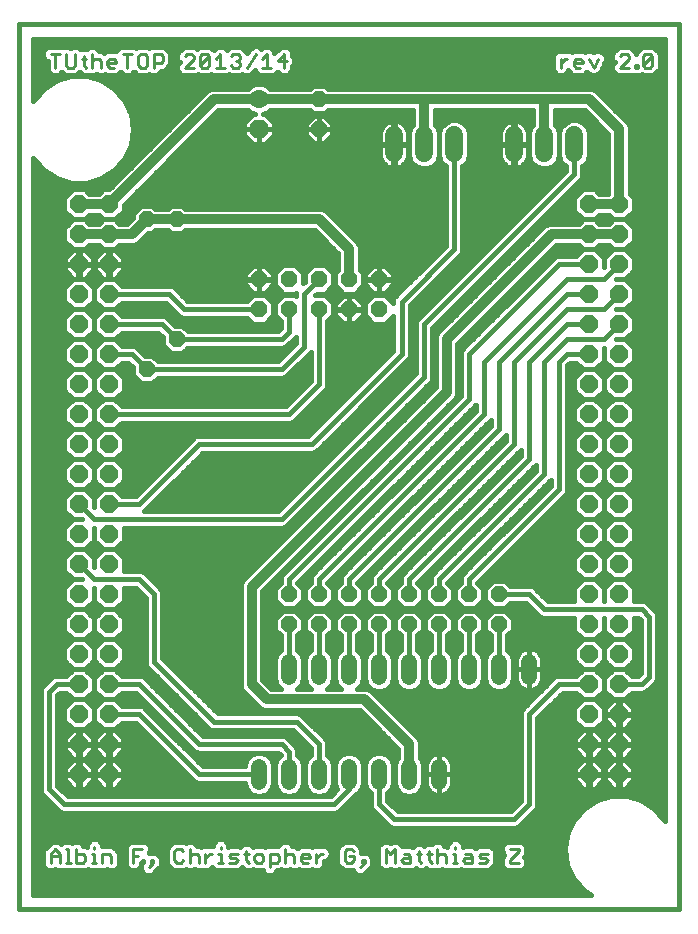
<source format=gbr>
G75*
%MOIN*%
%OFA0B0*%
%FSLAX24Y24*%
%IPPOS*%
%LPD*%
%AMOC8*
5,1,8,0,0,1.08239X$1,22.5*
%
%ADD10C,0.0110*%
%ADD11OC8,0.0600*%
%ADD12OC8,0.0560*%
%ADD13C,0.0520*%
%ADD14OC8,0.0520*%
%ADD15OC8,0.0630*%
%ADD16C,0.0630*%
%ADD17C,0.0600*%
%ADD18C,0.0320*%
%ADD19C,0.0160*%
D10*
X002235Y003235D02*
X002235Y003535D01*
X002385Y003685D01*
X002535Y003535D01*
X002535Y003235D01*
X002751Y003235D02*
X002901Y003235D01*
X002826Y003235D02*
X002826Y003685D01*
X002751Y003685D01*
X002535Y003460D02*
X002235Y003460D01*
X003094Y003535D02*
X003320Y003535D01*
X003395Y003460D01*
X003395Y003310D01*
X003320Y003235D01*
X003094Y003235D01*
X003094Y003685D01*
X003610Y003535D02*
X003685Y003535D01*
X003685Y003235D01*
X003610Y003235D02*
X003760Y003235D01*
X003954Y003235D02*
X003954Y003535D01*
X004179Y003535D01*
X004254Y003460D01*
X004254Y003235D01*
X003685Y003685D02*
X003685Y003760D01*
X004985Y003685D02*
X004985Y003235D01*
X004985Y003460D02*
X005135Y003460D01*
X004985Y003685D02*
X005285Y003685D01*
X005576Y003310D02*
X005576Y003235D01*
X005651Y003235D01*
X005651Y003310D01*
X005576Y003310D01*
X005651Y003235D02*
X005501Y003085D01*
X006360Y003310D02*
X006435Y003235D01*
X006585Y003235D01*
X006660Y003310D01*
X006876Y003235D02*
X006876Y003685D01*
X006951Y003535D02*
X007101Y003535D01*
X007176Y003460D01*
X007176Y003235D01*
X007391Y003235D02*
X007391Y003535D01*
X007391Y003385D02*
X007542Y003535D01*
X007617Y003535D01*
X007821Y003535D02*
X007896Y003535D01*
X007896Y003235D01*
X007821Y003235D02*
X007971Y003235D01*
X008165Y003235D02*
X008390Y003235D01*
X008465Y003310D01*
X008390Y003385D01*
X008240Y003385D01*
X008165Y003460D01*
X008240Y003535D01*
X008465Y003535D01*
X008680Y003535D02*
X008831Y003535D01*
X008756Y003610D02*
X008756Y003310D01*
X008831Y003235D01*
X009024Y003310D02*
X009099Y003235D01*
X009249Y003235D01*
X009325Y003310D01*
X009325Y003460D01*
X009249Y003535D01*
X009099Y003535D01*
X009024Y003460D01*
X009024Y003310D01*
X009540Y003235D02*
X009765Y003235D01*
X009840Y003310D01*
X009840Y003460D01*
X009765Y003535D01*
X009540Y003535D01*
X009540Y003085D01*
X010056Y003235D02*
X010056Y003685D01*
X010131Y003535D02*
X010281Y003535D01*
X010356Y003460D01*
X010356Y003235D01*
X010571Y003310D02*
X010571Y003460D01*
X010646Y003535D01*
X010796Y003535D01*
X010871Y003460D01*
X010871Y003385D01*
X010571Y003385D01*
X010571Y003310D02*
X010646Y003235D01*
X010796Y003235D01*
X011087Y003235D02*
X011087Y003535D01*
X011087Y003385D02*
X011237Y003535D01*
X011312Y003535D01*
X012032Y003610D02*
X012032Y003310D01*
X012107Y003235D01*
X012257Y003235D01*
X012332Y003310D01*
X012332Y003460D01*
X012182Y003460D01*
X012032Y003610D02*
X012107Y003685D01*
X012257Y003685D01*
X012332Y003610D01*
X012623Y003310D02*
X012623Y003235D01*
X012698Y003235D01*
X012698Y003310D01*
X012623Y003310D01*
X012698Y003235D02*
X012548Y003085D01*
X013407Y003235D02*
X013407Y003685D01*
X013557Y003535D01*
X013707Y003685D01*
X013707Y003235D01*
X013923Y003310D02*
X013998Y003385D01*
X014223Y003385D01*
X014223Y003460D02*
X014223Y003235D01*
X013998Y003235D01*
X013923Y003310D01*
X013998Y003535D02*
X014148Y003535D01*
X014223Y003460D01*
X014438Y003535D02*
X014589Y003535D01*
X014514Y003610D02*
X014514Y003310D01*
X014589Y003235D01*
X014857Y003310D02*
X014932Y003235D01*
X014857Y003310D02*
X014857Y003610D01*
X014782Y003535D02*
X014932Y003535D01*
X015126Y003460D02*
X015201Y003535D01*
X015351Y003535D01*
X015426Y003460D01*
X015426Y003235D01*
X015642Y003235D02*
X015792Y003235D01*
X015717Y003235D02*
X015717Y003535D01*
X015642Y003535D01*
X015717Y003685D02*
X015717Y003760D01*
X016060Y003535D02*
X016211Y003535D01*
X016286Y003460D01*
X016286Y003235D01*
X016060Y003235D01*
X015985Y003310D01*
X016060Y003385D01*
X016286Y003385D01*
X016501Y003460D02*
X016576Y003535D01*
X016801Y003535D01*
X016726Y003385D02*
X016576Y003385D01*
X016501Y003460D01*
X016501Y003235D02*
X016726Y003235D01*
X016801Y003310D01*
X016726Y003385D01*
X017532Y003310D02*
X017532Y003235D01*
X017833Y003235D01*
X017532Y003310D02*
X017833Y003610D01*
X017833Y003685D01*
X017532Y003685D01*
X015126Y003685D02*
X015126Y003235D01*
X010131Y003535D02*
X010056Y003460D01*
X007896Y003685D02*
X007896Y003760D01*
X006951Y003535D02*
X006876Y003460D01*
X006660Y003610D02*
X006585Y003685D01*
X006435Y003685D01*
X006360Y003610D01*
X006360Y003310D01*
X006704Y029735D02*
X007004Y029735D01*
X007220Y029810D02*
X007520Y030110D01*
X007520Y029810D01*
X007445Y029735D01*
X007295Y029735D01*
X007220Y029810D01*
X007220Y030110D01*
X007295Y030185D01*
X007445Y030185D01*
X007520Y030110D01*
X007735Y030035D02*
X007885Y030185D01*
X007885Y029735D01*
X007735Y029735D02*
X008035Y029735D01*
X008251Y029810D02*
X008326Y029735D01*
X008476Y029735D01*
X008551Y029810D01*
X008551Y029885D01*
X008476Y029960D01*
X008401Y029960D01*
X008476Y029960D02*
X008551Y030035D01*
X008551Y030110D01*
X008476Y030185D01*
X008326Y030185D01*
X008251Y030110D01*
X008766Y029735D02*
X009067Y030185D01*
X009282Y030035D02*
X009432Y030185D01*
X009432Y029735D01*
X009282Y029735D02*
X009582Y029735D01*
X009798Y029960D02*
X010098Y029960D01*
X010023Y029735D02*
X010023Y030185D01*
X009798Y029960D01*
X007004Y030035D02*
X007004Y030110D01*
X006929Y030185D01*
X006779Y030185D01*
X006704Y030110D01*
X007004Y030035D02*
X006704Y029735D01*
X005973Y029960D02*
X005898Y029885D01*
X005673Y029885D01*
X005673Y029735D02*
X005673Y030185D01*
X005898Y030185D01*
X005973Y030110D01*
X005973Y029960D01*
X005457Y029810D02*
X005382Y029735D01*
X005232Y029735D01*
X005157Y029810D01*
X005157Y030110D01*
X005232Y030185D01*
X005382Y030185D01*
X005457Y030110D01*
X005457Y029810D01*
X004942Y030185D02*
X004641Y030185D01*
X004791Y030185D02*
X004791Y029735D01*
X004426Y029885D02*
X004126Y029885D01*
X004126Y029810D02*
X004126Y029960D01*
X004201Y030035D01*
X004351Y030035D01*
X004426Y029960D01*
X004426Y029885D01*
X004351Y029735D02*
X004201Y029735D01*
X004126Y029810D01*
X003910Y029735D02*
X003910Y029960D01*
X003835Y030035D01*
X003685Y030035D01*
X003610Y029960D01*
X003416Y030035D02*
X003266Y030035D01*
X003341Y030110D02*
X003341Y029810D01*
X003416Y029735D01*
X003610Y029735D02*
X003610Y030185D01*
X003051Y030185D02*
X003051Y029810D01*
X002976Y029735D01*
X002826Y029735D01*
X002751Y029810D01*
X002751Y030185D01*
X002535Y030185D02*
X002235Y030185D01*
X002385Y030185D02*
X002385Y029735D01*
X019235Y029735D02*
X019235Y030035D01*
X019235Y029885D02*
X019385Y030035D01*
X019460Y030035D01*
X019665Y029960D02*
X019740Y030035D01*
X019890Y030035D01*
X019965Y029960D01*
X019965Y029885D01*
X019665Y029885D01*
X019665Y029810D02*
X019665Y029960D01*
X019665Y029810D02*
X019740Y029735D01*
X019890Y029735D01*
X020180Y030035D02*
X020330Y029735D01*
X020481Y030035D01*
X021212Y030110D02*
X021287Y030185D01*
X021437Y030185D01*
X021512Y030110D01*
X021512Y030035D01*
X021212Y029735D01*
X021512Y029735D01*
X021727Y029735D02*
X021727Y029810D01*
X021802Y029810D01*
X021802Y029735D01*
X021727Y029735D01*
X021985Y029810D02*
X022285Y030110D01*
X022285Y029810D01*
X022210Y029735D01*
X022060Y029735D01*
X021985Y029810D01*
X021985Y030110D01*
X022060Y030185D01*
X022210Y030185D01*
X022285Y030110D01*
D11*
X021180Y025180D03*
X021180Y024180D03*
X021180Y023180D03*
X021180Y022180D03*
X021180Y021180D03*
X021180Y020180D03*
X021180Y019180D03*
X021180Y018180D03*
X021180Y017180D03*
X021180Y016180D03*
X021180Y015180D03*
X021180Y014180D03*
X021180Y013180D03*
X021180Y012180D03*
X021180Y011180D03*
X021180Y010180D03*
X021180Y009180D03*
X021180Y008180D03*
X021180Y007180D03*
X021180Y006180D03*
X020180Y006180D03*
X020180Y007180D03*
X020180Y008180D03*
X020180Y009180D03*
X020180Y010180D03*
X020180Y011180D03*
X020180Y012180D03*
X020180Y013180D03*
X020180Y014180D03*
X020180Y015180D03*
X020180Y016180D03*
X020180Y017180D03*
X020180Y018180D03*
X020180Y019180D03*
X020180Y020180D03*
X020180Y021180D03*
X020180Y022180D03*
X020180Y023180D03*
X020180Y024180D03*
X020180Y025180D03*
X004180Y025180D03*
X004180Y024180D03*
X004180Y023180D03*
X004180Y022180D03*
X004180Y021180D03*
X004180Y020180D03*
X004180Y019180D03*
X004180Y018180D03*
X004180Y017180D03*
X004180Y016180D03*
X004180Y015180D03*
X004180Y014180D03*
X004180Y013180D03*
X004180Y012180D03*
X004180Y011180D03*
X004180Y010180D03*
X004180Y009180D03*
X004180Y008180D03*
X004180Y007180D03*
X004180Y006180D03*
X003180Y006180D03*
X003180Y007180D03*
X003180Y008180D03*
X003180Y009180D03*
X003180Y010180D03*
X003180Y011180D03*
X003180Y012180D03*
X003180Y013180D03*
X003180Y014180D03*
X003180Y015180D03*
X003180Y016180D03*
X003180Y017180D03*
X003180Y018180D03*
X003180Y019180D03*
X003180Y020180D03*
X003180Y021180D03*
X003180Y022180D03*
X003180Y023180D03*
X003180Y024180D03*
X003180Y025180D03*
D12*
X009180Y022680D03*
X009180Y021680D03*
X010180Y021680D03*
X010180Y022680D03*
X011180Y022680D03*
X011180Y021680D03*
X012180Y021680D03*
X012180Y022680D03*
X013180Y022680D03*
X013180Y021680D03*
D13*
X013180Y009940D02*
X013180Y009420D01*
X014180Y009420D02*
X014180Y009940D01*
X015180Y009940D02*
X015180Y009420D01*
X016180Y009420D02*
X016180Y009940D01*
X017180Y009940D02*
X017180Y009420D01*
X018180Y009420D02*
X018180Y009940D01*
X015180Y006440D02*
X015180Y005920D01*
X014180Y005920D02*
X014180Y006440D01*
X013180Y006440D02*
X013180Y005920D01*
X012180Y005920D02*
X012180Y006440D01*
X011180Y006440D02*
X011180Y005920D01*
X010180Y005920D02*
X010180Y006440D01*
X009180Y006440D02*
X009180Y005920D01*
X010180Y009420D02*
X010180Y009940D01*
X011180Y009940D02*
X011180Y009420D01*
X012180Y009420D02*
X012180Y009940D01*
D14*
X012180Y011180D03*
X012180Y012180D03*
X011180Y012180D03*
X011180Y011180D03*
X010180Y011180D03*
X010180Y012180D03*
X013180Y012180D03*
X013180Y011180D03*
X014180Y011180D03*
X014180Y012180D03*
X015180Y012180D03*
X015180Y011180D03*
X016180Y011180D03*
X016180Y012180D03*
X017180Y012180D03*
X017180Y011180D03*
X006430Y020680D03*
X005430Y019680D03*
X005430Y024680D03*
X006430Y024680D03*
X011180Y027680D03*
X011180Y028680D03*
D15*
X009180Y027680D03*
D16*
X009180Y028680D03*
D17*
X013680Y027480D02*
X013680Y026880D01*
X014680Y026880D02*
X014680Y027480D01*
X015680Y027480D02*
X015680Y026880D01*
X017680Y026880D02*
X017680Y027480D01*
X018680Y027480D02*
X018680Y026880D01*
X019680Y026880D02*
X019680Y027480D01*
D18*
X018680Y027180D02*
X018680Y028680D01*
X014680Y028680D01*
X014680Y027180D01*
X014680Y028680D02*
X011180Y028680D01*
X009180Y028680D01*
X007680Y028680D01*
X004180Y025180D01*
X003180Y025180D01*
X003180Y024180D02*
X004180Y024180D01*
X004930Y024180D01*
X005430Y024680D01*
X006430Y024680D01*
X011180Y024680D01*
X012180Y023680D01*
X012180Y022680D01*
X015430Y020680D02*
X015430Y018930D01*
X008930Y012430D01*
X008930Y009180D01*
X009430Y008680D01*
X012680Y008680D01*
X014180Y007180D01*
X014180Y006180D01*
X015430Y020680D02*
X018930Y024180D01*
X020180Y024180D01*
X021180Y024180D01*
X021180Y025180D02*
X021180Y027680D01*
X020180Y028680D01*
X018680Y028680D01*
X020180Y025180D02*
X021180Y025180D01*
D19*
X001180Y031180D02*
X001180Y001680D01*
X023180Y001680D01*
X023180Y031180D01*
X001180Y031180D01*
X001660Y030700D02*
X001660Y028641D01*
X001666Y028653D01*
X002001Y029040D01*
X002001Y029040D01*
X002432Y029317D01*
X002924Y029462D01*
X003436Y029462D01*
X003928Y029317D01*
X004359Y029040D01*
X004694Y028653D01*
X004907Y028187D01*
X004980Y027680D01*
X004980Y027680D01*
X004907Y027173D01*
X004907Y027173D01*
X004694Y026707D01*
X004694Y026707D01*
X004359Y026320D01*
X003928Y026043D01*
X003436Y025898D01*
X002924Y025898D01*
X002432Y026043D01*
X002001Y026320D01*
X001666Y026707D01*
X001660Y026719D01*
X001660Y002160D01*
X020250Y002160D01*
X020001Y002320D01*
X019666Y002707D01*
X019453Y003173D01*
X019380Y003680D01*
X019380Y003680D01*
X019453Y004187D01*
X019666Y004653D01*
X020001Y005040D01*
X020001Y005040D01*
X020432Y005317D01*
X020924Y005462D01*
X021436Y005462D01*
X021928Y005317D01*
X022359Y005040D01*
X022694Y004653D01*
X022700Y004641D01*
X022700Y030700D01*
X001660Y030700D01*
X001660Y030686D02*
X022700Y030686D01*
X022700Y030527D02*
X001660Y030527D01*
X001660Y030369D02*
X002058Y030369D01*
X002091Y030402D02*
X002184Y030440D01*
X002586Y030440D01*
X002643Y030417D01*
X002700Y030440D01*
X002801Y030440D01*
X002895Y030402D01*
X002901Y030396D01*
X002906Y030402D01*
X003000Y030440D01*
X003102Y030440D01*
X003195Y030402D01*
X003249Y030348D01*
X003291Y030365D01*
X003392Y030365D01*
X003418Y030354D01*
X003466Y030402D01*
X003559Y030440D01*
X003661Y030440D01*
X003754Y030402D01*
X003826Y030330D01*
X003843Y030290D01*
X003886Y030290D01*
X003980Y030251D01*
X004018Y030213D01*
X004056Y030251D01*
X004150Y030290D01*
X004402Y030290D01*
X004408Y030288D01*
X004425Y030330D01*
X004497Y030402D01*
X004591Y030440D01*
X004992Y030440D01*
X005086Y030402D01*
X005087Y030401D01*
X005088Y030402D01*
X005181Y030440D01*
X005433Y030440D01*
X005527Y030402D01*
X005527Y030401D01*
X005528Y030402D01*
X005622Y030440D01*
X005949Y030440D01*
X006042Y030402D01*
X006117Y030326D01*
X006189Y030255D01*
X006228Y030161D01*
X006228Y029909D01*
X006189Y029816D01*
X006114Y029741D01*
X006042Y029669D01*
X005949Y029630D01*
X005905Y029630D01*
X005889Y029591D01*
X005817Y029519D01*
X005723Y029480D01*
X005622Y029480D01*
X005528Y029519D01*
X005527Y029520D01*
X005527Y029519D01*
X005433Y029480D01*
X005181Y029480D01*
X005088Y029519D01*
X005016Y029591D01*
X005010Y029596D01*
X005008Y029591D01*
X004936Y029519D01*
X004842Y029480D01*
X004741Y029480D01*
X004647Y029519D01*
X004575Y029591D01*
X004571Y029600D01*
X004567Y029591D01*
X004495Y029519D01*
X004402Y029480D01*
X004150Y029480D01*
X004056Y029519D01*
X004056Y029520D01*
X004055Y029519D01*
X003961Y029480D01*
X003860Y029480D01*
X003766Y029519D01*
X003760Y029525D01*
X003754Y029519D01*
X003661Y029480D01*
X003559Y029480D01*
X003513Y029499D01*
X003467Y029480D01*
X003366Y029480D01*
X003272Y029519D01*
X003196Y029595D01*
X003195Y029594D01*
X003120Y029519D01*
X003027Y029480D01*
X002775Y029480D01*
X002681Y029519D01*
X002610Y029591D01*
X002604Y029596D01*
X002601Y029591D01*
X002530Y029519D01*
X002436Y029480D01*
X002334Y029480D01*
X002241Y029519D01*
X002169Y029591D01*
X002130Y029684D01*
X002130Y029953D01*
X002091Y029969D01*
X002019Y030041D01*
X001980Y030135D01*
X001980Y030236D01*
X002019Y030330D01*
X002091Y030402D01*
X001980Y030210D02*
X001660Y030210D01*
X001660Y030052D02*
X002014Y030052D01*
X002130Y029893D02*
X001660Y029893D01*
X001660Y029735D02*
X002130Y029735D01*
X002183Y029576D02*
X001660Y029576D01*
X001660Y029418D02*
X002774Y029418D01*
X002624Y029576D02*
X002587Y029576D01*
X002432Y029317D02*
X002432Y029317D01*
X002342Y029259D02*
X001660Y029259D01*
X001660Y029101D02*
X002095Y029101D01*
X001916Y028942D02*
X001660Y028942D01*
X001660Y028784D02*
X001779Y028784D01*
X001666Y028653D02*
X001666Y028653D01*
X001666Y026707D02*
X001666Y026707D01*
X001660Y026565D02*
X001789Y026565D01*
X001660Y026406D02*
X001926Y026406D01*
X002001Y026320D02*
X002001Y026320D01*
X002001Y026320D01*
X002113Y026248D02*
X001660Y026248D01*
X001660Y026089D02*
X002360Y026089D01*
X002432Y026043D02*
X002432Y026043D01*
X002814Y025931D02*
X001660Y025931D01*
X001660Y025772D02*
X004263Y025772D01*
X004171Y025680D02*
X007476Y028985D01*
X007608Y029040D01*
X008812Y029040D01*
X008888Y029117D01*
X009078Y029195D01*
X009282Y029195D01*
X009472Y029117D01*
X009548Y029040D01*
X010889Y029040D01*
X010989Y029140D01*
X011371Y029140D01*
X011471Y029040D01*
X020252Y029040D01*
X020384Y028985D01*
X020485Y028884D01*
X020485Y028884D01*
X021485Y027884D01*
X021540Y027752D01*
X021540Y025527D01*
X021680Y025387D01*
X021680Y024973D01*
X021387Y024680D01*
X021680Y024387D01*
X021680Y023973D01*
X021387Y023680D01*
X021680Y023387D01*
X021680Y022973D01*
X021387Y022680D01*
X021680Y022387D01*
X021680Y021973D01*
X021387Y021680D01*
X021680Y021387D01*
X021680Y020973D01*
X021387Y020680D01*
X021680Y020387D01*
X021680Y019973D01*
X021387Y019680D01*
X020973Y019680D01*
X020680Y019973D01*
X020387Y019680D01*
X019973Y019680D01*
X019753Y019900D01*
X019546Y019900D01*
X019460Y019814D01*
X019460Y015624D01*
X019417Y015521D01*
X016460Y012564D01*
X016460Y012551D01*
X016640Y012371D01*
X016640Y011989D01*
X016371Y011720D01*
X015989Y011720D01*
X015720Y011989D01*
X015720Y012371D01*
X015900Y012551D01*
X015900Y012736D01*
X015943Y012839D01*
X016021Y012917D01*
X018900Y015796D01*
X018900Y016004D01*
X015460Y012564D01*
X015460Y012551D01*
X015640Y012371D01*
X015640Y011989D01*
X015371Y011720D01*
X014989Y011720D01*
X014720Y011989D01*
X014720Y012371D01*
X014900Y012551D01*
X014900Y012736D01*
X014943Y012839D01*
X015021Y012917D01*
X018400Y016296D01*
X018400Y016504D01*
X014460Y012564D01*
X014460Y012551D01*
X014640Y012371D01*
X014640Y011989D01*
X014371Y011720D01*
X013989Y011720D01*
X013720Y011989D01*
X013720Y012371D01*
X013900Y012551D01*
X013900Y012736D01*
X013943Y012839D01*
X014021Y012917D01*
X017900Y016796D01*
X017900Y017004D01*
X013460Y012564D01*
X013460Y012551D01*
X013640Y012371D01*
X013640Y011989D01*
X013371Y011720D01*
X012989Y011720D01*
X012720Y011989D01*
X012720Y012371D01*
X012900Y012551D01*
X012900Y012736D01*
X012943Y012839D01*
X013021Y012917D01*
X017400Y017296D01*
X017400Y017504D01*
X012460Y012564D01*
X012460Y012551D01*
X012640Y012371D01*
X012640Y011989D01*
X012371Y011720D01*
X011989Y011720D01*
X011720Y011989D01*
X011720Y012371D01*
X011900Y012551D01*
X011900Y012736D01*
X011943Y012839D01*
X012021Y012917D01*
X016900Y017796D01*
X016900Y018004D01*
X011460Y012564D01*
X011460Y012551D01*
X011640Y012371D01*
X011640Y011989D01*
X011371Y011720D01*
X010989Y011720D01*
X010720Y011989D01*
X010720Y012371D01*
X010900Y012551D01*
X010900Y012736D01*
X010943Y012839D01*
X011021Y012917D01*
X016400Y018296D01*
X016400Y018504D01*
X010460Y012564D01*
X010460Y012551D01*
X010640Y012371D01*
X010640Y011989D01*
X010371Y011720D01*
X009989Y011720D01*
X009720Y011989D01*
X009720Y012371D01*
X009900Y012551D01*
X009900Y012736D01*
X009943Y012839D01*
X015900Y018796D01*
X015900Y020236D01*
X015943Y020339D01*
X016021Y020417D01*
X018943Y023339D01*
X019021Y023417D01*
X019124Y023460D01*
X019753Y023460D01*
X019973Y023680D01*
X020387Y023680D01*
X020680Y023387D01*
X020973Y023680D01*
X021387Y023680D01*
X020973Y023680D01*
X020833Y023820D01*
X020527Y023820D01*
X020387Y023680D01*
X019973Y023680D01*
X019833Y023820D01*
X019079Y023820D01*
X015790Y020531D01*
X015790Y018858D01*
X015735Y018726D01*
X015634Y018625D01*
X009290Y012281D01*
X009290Y009329D01*
X009579Y009040D01*
X009909Y009040D01*
X009790Y009159D01*
X009720Y009328D01*
X009720Y010031D01*
X009790Y010201D01*
X009900Y010311D01*
X009900Y010809D01*
X009720Y010989D01*
X009720Y011371D01*
X009989Y011640D01*
X010371Y011640D01*
X010640Y011371D01*
X010640Y010989D01*
X010460Y010809D01*
X010460Y010311D01*
X010570Y010201D01*
X010640Y010031D01*
X010640Y009328D01*
X010570Y009159D01*
X010451Y009040D01*
X010909Y009040D01*
X010790Y009159D01*
X010720Y009328D01*
X010720Y010031D01*
X010790Y010201D01*
X010900Y010311D01*
X010900Y010809D01*
X010720Y010989D01*
X010720Y011371D01*
X010989Y011640D01*
X011371Y011640D01*
X011640Y011371D01*
X011640Y010989D01*
X011460Y010809D01*
X011460Y010311D01*
X011570Y010201D01*
X011640Y010031D01*
X011640Y009328D01*
X011570Y009159D01*
X011451Y009040D01*
X011909Y009040D01*
X011790Y009159D01*
X011720Y009328D01*
X011720Y010031D01*
X011790Y010201D01*
X011900Y010311D01*
X011900Y010809D01*
X011720Y010989D01*
X011720Y011371D01*
X011989Y011640D01*
X012371Y011640D01*
X012640Y011371D01*
X012640Y010989D01*
X012460Y010809D01*
X012460Y010311D01*
X012570Y010201D01*
X012640Y010031D01*
X012640Y009328D01*
X012570Y009159D01*
X012451Y009040D01*
X012752Y009040D01*
X012884Y008985D01*
X014384Y007485D01*
X014485Y007384D01*
X014540Y007252D01*
X014540Y006731D01*
X014570Y006701D01*
X014640Y006531D01*
X014640Y005828D01*
X014570Y005659D01*
X014441Y005530D01*
X014272Y005460D01*
X014089Y005460D01*
X013919Y005530D01*
X013790Y005659D01*
X013720Y005828D01*
X013720Y006531D01*
X013790Y006701D01*
X013820Y006731D01*
X013820Y007031D01*
X012531Y008320D01*
X009358Y008320D01*
X009226Y008375D01*
X009125Y008476D01*
X008625Y008976D01*
X008570Y009108D01*
X008570Y012502D01*
X008625Y012634D01*
X008726Y012735D01*
X015070Y019079D01*
X015070Y020752D01*
X015125Y020884D01*
X015226Y020985D01*
X018726Y024485D01*
X018858Y024540D01*
X019833Y024540D01*
X019973Y024680D01*
X020387Y024680D01*
X020527Y024540D01*
X020833Y024540D01*
X020973Y024680D01*
X021387Y024680D01*
X020973Y024680D01*
X020833Y024820D01*
X020527Y024820D01*
X020387Y024680D01*
X019973Y024680D01*
X019680Y024973D01*
X019680Y025387D01*
X019973Y025680D01*
X020387Y025680D01*
X020527Y025540D01*
X020820Y025540D01*
X020820Y027531D01*
X020031Y028320D01*
X019040Y028320D01*
X019040Y027827D01*
X019104Y027763D01*
X019180Y027579D01*
X019256Y027763D01*
X019397Y027904D01*
X019581Y027980D01*
X019779Y027980D01*
X019963Y027904D01*
X020104Y027763D01*
X020180Y027579D01*
X020180Y026781D01*
X020104Y026597D01*
X019963Y026456D01*
X019960Y026455D01*
X019960Y026124D01*
X019917Y026021D01*
X014960Y021064D01*
X014960Y019374D01*
X014917Y019271D01*
X014839Y019193D01*
X010089Y014443D01*
X009986Y014400D01*
X004667Y014400D01*
X004680Y014387D01*
X004680Y013973D01*
X004387Y013680D01*
X003973Y013680D01*
X003680Y013973D01*
X003387Y013680D01*
X002973Y013680D01*
X002680Y013973D01*
X002680Y014387D01*
X002973Y014680D01*
X002680Y014973D01*
X002680Y015387D01*
X002973Y015680D01*
X003387Y015680D01*
X003680Y015387D01*
X003973Y015680D01*
X004387Y015680D01*
X004607Y015460D01*
X005064Y015460D01*
X006943Y017339D01*
X007021Y017417D01*
X007124Y017460D01*
X010814Y017460D01*
X013650Y020296D01*
X013650Y021471D01*
X013379Y021200D01*
X012981Y021200D01*
X012700Y021481D01*
X012700Y021879D01*
X012981Y022160D01*
X013379Y022160D01*
X013650Y021889D01*
X013650Y021986D01*
X013693Y022089D01*
X015400Y023796D01*
X015400Y026455D01*
X015397Y026456D01*
X015256Y026597D01*
X015180Y026781D01*
X015180Y027579D01*
X015256Y027763D01*
X015397Y027904D01*
X015581Y027980D01*
X015779Y027980D01*
X015963Y027904D01*
X016104Y027763D01*
X016180Y027579D01*
X016180Y026781D01*
X016104Y026597D01*
X015963Y026456D01*
X015960Y026455D01*
X015960Y023624D01*
X015917Y023521D01*
X015839Y023443D01*
X015839Y023443D01*
X014210Y021814D01*
X014210Y020124D01*
X014167Y020021D01*
X014089Y019943D01*
X014089Y019943D01*
X011167Y017021D01*
X011089Y016943D01*
X010986Y016900D01*
X007296Y016900D01*
X005356Y014960D01*
X009814Y014960D01*
X014400Y019546D01*
X014400Y021236D01*
X014443Y021339D01*
X019400Y026296D01*
X019400Y026455D01*
X019397Y026456D01*
X019256Y026597D01*
X019180Y026781D01*
X019180Y027579D01*
X019180Y026781D01*
X019104Y026597D01*
X018963Y026456D01*
X018779Y026380D01*
X018581Y026380D01*
X018397Y026456D01*
X018256Y026597D01*
X018180Y026781D01*
X018180Y027579D01*
X018256Y027763D01*
X018320Y027827D01*
X018320Y028320D01*
X015040Y028320D01*
X015040Y027827D01*
X015104Y027763D01*
X015180Y027579D01*
X015180Y026781D01*
X015104Y026597D01*
X014963Y026456D01*
X014779Y026380D01*
X014581Y026380D01*
X014397Y026456D01*
X014256Y026597D01*
X014180Y026781D01*
X014180Y027579D01*
X014256Y027763D01*
X014320Y027827D01*
X014320Y028320D01*
X011471Y028320D01*
X011371Y028220D01*
X010989Y028220D01*
X010889Y028320D01*
X009548Y028320D01*
X009472Y028243D01*
X009307Y028175D01*
X009385Y028175D01*
X009675Y027885D01*
X009675Y027680D01*
X009180Y027680D01*
X008685Y027680D01*
X008685Y027885D01*
X008975Y028175D01*
X009053Y028175D01*
X008888Y028243D01*
X008812Y028320D01*
X007829Y028320D01*
X004680Y025171D01*
X004680Y024973D01*
X004387Y024680D01*
X004527Y024540D01*
X004781Y024540D01*
X004970Y024729D01*
X004970Y024871D01*
X005239Y025140D01*
X005621Y025140D01*
X005721Y025040D01*
X006139Y025040D01*
X006239Y025140D01*
X006621Y025140D01*
X006721Y025040D01*
X011252Y025040D01*
X011384Y024985D01*
X011485Y024884D01*
X012485Y023884D01*
X012540Y023752D01*
X012540Y022999D01*
X012660Y022879D01*
X012660Y022481D01*
X012379Y022200D01*
X011981Y022200D01*
X011700Y022481D01*
X011700Y022879D01*
X011820Y022999D01*
X011820Y023531D01*
X011031Y024320D01*
X006721Y024320D01*
X006621Y024220D01*
X006239Y024220D01*
X006139Y024320D01*
X005721Y024320D01*
X005621Y024220D01*
X005479Y024220D01*
X005134Y023875D01*
X005002Y023820D01*
X004527Y023820D01*
X004387Y023680D01*
X003973Y023680D01*
X003833Y023820D01*
X003527Y023820D01*
X003387Y023680D01*
X002973Y023680D01*
X002680Y023973D01*
X002680Y024387D01*
X002973Y024680D01*
X003387Y024680D01*
X003527Y024540D01*
X003833Y024540D01*
X003973Y024680D01*
X004387Y024680D01*
X003973Y024680D01*
X003833Y024820D01*
X003527Y024820D01*
X003387Y024680D01*
X002973Y024680D01*
X002680Y024973D01*
X002680Y025387D01*
X002973Y025680D01*
X003387Y025680D01*
X003527Y025540D01*
X003833Y025540D01*
X003973Y025680D01*
X004171Y025680D01*
X003906Y025614D02*
X003454Y025614D01*
X003546Y025931D02*
X004421Y025931D01*
X004580Y026089D02*
X004000Y026089D01*
X003928Y026043D02*
X003928Y026043D01*
X004247Y026248D02*
X004738Y026248D01*
X004897Y026406D02*
X004434Y026406D01*
X004359Y026320D02*
X004359Y026320D01*
X004571Y026565D02*
X005055Y026565D01*
X005214Y026723D02*
X004702Y026723D01*
X004774Y026882D02*
X005372Y026882D01*
X005531Y027040D02*
X004846Y027040D01*
X004911Y027199D02*
X005689Y027199D01*
X005848Y027357D02*
X004934Y027357D01*
X004956Y027516D02*
X006006Y027516D01*
X006165Y027674D02*
X004979Y027674D01*
X004958Y027833D02*
X006323Y027833D01*
X006482Y027991D02*
X004935Y027991D01*
X004912Y028150D02*
X006640Y028150D01*
X006799Y028308D02*
X004852Y028308D01*
X004907Y028187D02*
X004907Y028187D01*
X004779Y028467D02*
X006957Y028467D01*
X007116Y028625D02*
X004707Y028625D01*
X004694Y028653D02*
X004694Y028653D01*
X004581Y028784D02*
X007274Y028784D01*
X007433Y028942D02*
X004444Y028942D01*
X004359Y029040D02*
X004359Y029040D01*
X004359Y029040D01*
X004265Y029101D02*
X008872Y029101D01*
X008767Y029475D02*
X008866Y029495D01*
X008950Y029551D01*
X009032Y029673D01*
X009066Y029591D01*
X009138Y029519D01*
X009231Y029480D01*
X009633Y029480D01*
X009727Y029519D01*
X009799Y029591D01*
X009803Y029600D01*
X009807Y029591D01*
X009878Y029519D01*
X009972Y029480D01*
X010074Y029480D01*
X010167Y029519D01*
X010239Y029591D01*
X010278Y029684D01*
X010278Y029780D01*
X010314Y029816D01*
X010353Y029909D01*
X010353Y030011D01*
X010314Y030105D01*
X010278Y030141D01*
X010278Y030236D01*
X010239Y030330D01*
X010167Y030402D01*
X010074Y030440D01*
X009972Y030440D01*
X009878Y030402D01*
X009687Y030210D01*
X009687Y030236D01*
X009648Y030330D01*
X009577Y030402D01*
X009483Y030440D01*
X009381Y030440D01*
X009288Y030402D01*
X009252Y030366D01*
X009250Y030369D01*
X009166Y030426D01*
X009066Y030445D01*
X008967Y030425D01*
X008883Y030369D01*
X008782Y030218D01*
X008767Y030255D01*
X008695Y030326D01*
X008620Y030402D01*
X008527Y030440D01*
X008275Y030440D01*
X008181Y030402D01*
X008110Y030330D01*
X008104Y030324D01*
X008101Y030330D01*
X008030Y030402D01*
X007936Y030440D01*
X007835Y030440D01*
X007741Y030402D01*
X007669Y030330D01*
X007665Y030326D01*
X007664Y030326D01*
X007664Y030326D01*
X007589Y030402D01*
X007495Y030440D01*
X007244Y030440D01*
X007150Y030402D01*
X007112Y030363D01*
X007074Y030402D01*
X006980Y030440D01*
X006728Y030440D01*
X006634Y030402D01*
X006488Y030255D01*
X006449Y030161D01*
X006449Y030060D01*
X006488Y029966D01*
X006531Y029923D01*
X006488Y029879D01*
X006449Y029786D01*
X006449Y029684D01*
X006488Y029591D01*
X006559Y029519D01*
X006653Y029480D01*
X007055Y029480D01*
X007149Y029519D01*
X007149Y029520D01*
X007150Y029519D01*
X007244Y029480D01*
X007495Y029480D01*
X007589Y029519D01*
X007590Y029520D01*
X007591Y029519D01*
X007684Y029480D01*
X008086Y029480D01*
X008180Y029519D01*
X008181Y029520D01*
X008181Y029519D01*
X008275Y029480D01*
X008527Y029480D01*
X008620Y029519D01*
X008625Y029523D01*
X008667Y029495D01*
X008767Y029475D01*
X008967Y029576D02*
X009080Y029576D01*
X009488Y029101D02*
X010950Y029101D01*
X011410Y029101D02*
X022700Y029101D01*
X022700Y029259D02*
X004018Y029259D01*
X003928Y029317D02*
X003928Y029317D01*
X003586Y029418D02*
X022700Y029418D01*
X022700Y029576D02*
X022412Y029576D01*
X022426Y029591D02*
X022355Y029519D01*
X022261Y029480D01*
X022009Y029480D01*
X021931Y029512D01*
X021853Y029480D01*
X021677Y029480D01*
X021620Y029504D01*
X021563Y029480D01*
X021161Y029480D01*
X021067Y029519D01*
X020995Y029591D01*
X020957Y029684D01*
X020957Y029786D01*
X020995Y029879D01*
X021039Y029923D01*
X020995Y029966D01*
X020957Y030060D01*
X020957Y030161D01*
X020995Y030255D01*
X021142Y030402D01*
X021236Y030440D01*
X021488Y030440D01*
X021581Y030402D01*
X021653Y030330D01*
X021728Y030255D01*
X021748Y030205D01*
X021769Y030255D01*
X021844Y030330D01*
X021916Y030402D01*
X022009Y030440D01*
X022261Y030440D01*
X022355Y030402D01*
X022426Y030330D01*
X022430Y030326D01*
X022502Y030255D01*
X022540Y030161D01*
X022540Y029759D01*
X022502Y029666D01*
X022426Y029591D01*
X022426Y029591D01*
X022530Y029735D02*
X022700Y029735D01*
X022700Y029893D02*
X022540Y029893D01*
X022540Y030052D02*
X022700Y030052D01*
X022700Y030210D02*
X022520Y030210D01*
X022430Y030326D02*
X022430Y030326D01*
X022426Y030330D02*
X022426Y030330D01*
X022388Y030369D02*
X022700Y030369D01*
X021883Y030369D02*
X021614Y030369D01*
X021747Y030210D02*
X021750Y030210D01*
X021109Y030369D02*
X010200Y030369D01*
X010278Y030210D02*
X019049Y030210D01*
X019019Y030180D02*
X019091Y030251D01*
X019184Y030290D01*
X019286Y030290D01*
X019310Y030280D01*
X019334Y030290D01*
X019511Y030290D01*
X019600Y030253D01*
X019689Y030290D01*
X019941Y030290D01*
X020034Y030251D01*
X020037Y030249D01*
X020112Y030286D01*
X020213Y030293D01*
X020309Y030261D01*
X020330Y030243D01*
X020352Y030261D01*
X020448Y030293D01*
X020549Y030286D01*
X020640Y030241D01*
X020706Y030164D01*
X020739Y030068D01*
X020731Y029967D01*
X020567Y029637D01*
X020556Y029606D01*
X020544Y029592D01*
X020536Y029576D01*
X021010Y029576D01*
X020957Y029735D02*
X020615Y029735D01*
X020695Y029893D02*
X021009Y029893D01*
X020960Y030052D02*
X020737Y030052D01*
X020667Y030210D02*
X020977Y030210D01*
X020536Y029576D02*
X020511Y029554D01*
X020490Y029530D01*
X020473Y029521D01*
X020459Y029509D01*
X020428Y029499D01*
X020399Y029484D01*
X020381Y029483D01*
X020363Y029477D01*
X020330Y029479D01*
X020298Y029477D01*
X020280Y029483D01*
X020262Y029484D01*
X020233Y029499D01*
X020202Y029509D01*
X020188Y029521D01*
X020171Y029530D01*
X020150Y029554D01*
X020125Y029576D01*
X020092Y029576D01*
X020106Y029591D02*
X020034Y029519D01*
X019941Y029480D01*
X019689Y029480D01*
X019595Y029519D01*
X019520Y029594D01*
X019472Y029642D01*
X019451Y029591D01*
X019379Y029519D01*
X019286Y029480D01*
X019184Y029480D01*
X019091Y029519D01*
X019019Y029591D01*
X018980Y029684D01*
X018980Y030086D01*
X019019Y030180D01*
X018980Y030052D02*
X010336Y030052D01*
X010346Y029893D02*
X018980Y029893D01*
X018980Y029735D02*
X010278Y029735D01*
X010225Y029576D02*
X019033Y029576D01*
X019437Y029576D02*
X019538Y029576D01*
X020106Y029591D02*
X020110Y029600D01*
X020117Y029592D01*
X020125Y029576D01*
X020427Y028942D02*
X022700Y028942D01*
X022700Y028784D02*
X020586Y028784D01*
X020744Y028625D02*
X022700Y028625D01*
X022700Y028467D02*
X020903Y028467D01*
X021061Y028308D02*
X022700Y028308D01*
X022700Y028150D02*
X021220Y028150D01*
X021378Y027991D02*
X022700Y027991D01*
X022700Y027833D02*
X021506Y027833D01*
X021540Y027674D02*
X022700Y027674D01*
X022700Y027516D02*
X021540Y027516D01*
X021540Y027357D02*
X022700Y027357D01*
X022700Y027199D02*
X021540Y027199D01*
X021540Y027040D02*
X022700Y027040D01*
X022700Y026882D02*
X021540Y026882D01*
X021540Y026723D02*
X022700Y026723D01*
X022700Y026565D02*
X021540Y026565D01*
X021540Y026406D02*
X022700Y026406D01*
X022700Y026248D02*
X021540Y026248D01*
X021540Y026089D02*
X022700Y026089D01*
X022700Y025931D02*
X021540Y025931D01*
X021540Y025772D02*
X022700Y025772D01*
X022700Y025614D02*
X021540Y025614D01*
X021612Y025455D02*
X022700Y025455D01*
X022700Y025297D02*
X021680Y025297D01*
X021680Y025138D02*
X022700Y025138D01*
X022700Y024980D02*
X021680Y024980D01*
X021528Y024821D02*
X022700Y024821D01*
X022700Y024663D02*
X021405Y024663D01*
X021563Y024504D02*
X022700Y024504D01*
X022700Y024346D02*
X021680Y024346D01*
X021680Y024187D02*
X022700Y024187D01*
X022700Y024029D02*
X021680Y024029D01*
X021577Y023870D02*
X022700Y023870D01*
X022700Y023712D02*
X021419Y023712D01*
X021514Y023553D02*
X022700Y023553D01*
X022700Y023395D02*
X021673Y023395D01*
X021680Y023236D02*
X022700Y023236D01*
X022700Y023078D02*
X021680Y023078D01*
X021626Y022919D02*
X022700Y022919D01*
X022700Y022761D02*
X021468Y022761D01*
X021387Y022680D02*
X021076Y022680D01*
X021076Y022680D01*
X021387Y022680D01*
X021465Y022602D02*
X022700Y022602D01*
X022700Y022444D02*
X021624Y022444D01*
X021680Y022285D02*
X022700Y022285D01*
X022700Y022127D02*
X021680Y022127D01*
X021675Y021968D02*
X022700Y021968D01*
X022700Y021810D02*
X021517Y021810D01*
X021387Y021680D02*
X021076Y021680D01*
X021076Y021680D01*
X021387Y021680D01*
X021416Y021651D02*
X022700Y021651D01*
X022700Y021493D02*
X021575Y021493D01*
X021680Y021334D02*
X022700Y021334D01*
X022700Y021176D02*
X021680Y021176D01*
X021680Y021017D02*
X022700Y021017D01*
X022700Y020859D02*
X021566Y020859D01*
X021407Y020700D02*
X022700Y020700D01*
X022700Y020542D02*
X021526Y020542D01*
X021387Y020680D02*
X021076Y020680D01*
X021076Y020680D01*
X021387Y020680D01*
X021680Y020383D02*
X022700Y020383D01*
X022700Y020225D02*
X021680Y020225D01*
X021680Y020066D02*
X022700Y020066D01*
X022700Y019908D02*
X021615Y019908D01*
X021456Y019749D02*
X022700Y019749D01*
X022700Y019591D02*
X021477Y019591D01*
X021387Y019680D02*
X021680Y019387D01*
X021680Y018973D01*
X021387Y018680D01*
X021680Y018387D01*
X021680Y017973D01*
X021387Y017680D01*
X021680Y017387D01*
X021680Y016973D01*
X021387Y016680D01*
X021680Y016387D01*
X021680Y015973D01*
X021387Y015680D01*
X021680Y015387D01*
X021680Y014973D01*
X021387Y014680D01*
X021680Y014387D01*
X021680Y013973D01*
X021387Y013680D01*
X021680Y013387D01*
X021680Y012973D01*
X021387Y012680D01*
X021680Y012387D01*
X021680Y011973D01*
X021667Y011960D01*
X021986Y011960D01*
X022089Y011917D01*
X022339Y011667D01*
X022417Y011589D01*
X022460Y011486D01*
X022460Y009374D01*
X022417Y009271D01*
X022167Y009021D01*
X022089Y008943D01*
X021986Y008900D01*
X021607Y008900D01*
X021387Y008680D01*
X020973Y008680D01*
X020680Y008973D01*
X020680Y009387D01*
X020973Y009680D01*
X021387Y009680D01*
X021607Y009460D01*
X021814Y009460D01*
X021900Y009546D01*
X021900Y011314D01*
X021814Y011400D01*
X021667Y011400D01*
X021680Y011387D01*
X021680Y010973D01*
X021387Y010680D01*
X020973Y010680D01*
X020680Y010973D01*
X020387Y010680D01*
X019973Y010680D01*
X019680Y010973D01*
X019680Y011387D01*
X019693Y011400D01*
X018624Y011400D01*
X018521Y011443D01*
X018443Y011521D01*
X018064Y011900D01*
X017551Y011900D01*
X017371Y011720D01*
X016989Y011720D01*
X016720Y011989D01*
X016720Y012371D01*
X016989Y012640D01*
X017371Y012640D01*
X017551Y012460D01*
X018236Y012460D01*
X018339Y012417D01*
X018796Y011960D01*
X019693Y011960D01*
X019680Y011973D01*
X019680Y012387D01*
X019973Y012680D01*
X020387Y012680D01*
X020680Y012387D01*
X020973Y012680D01*
X021387Y012680D01*
X020973Y012680D01*
X020680Y012973D01*
X020680Y013387D01*
X020973Y013680D01*
X021387Y013680D01*
X020973Y013680D01*
X020680Y013973D01*
X020680Y014387D01*
X020973Y014680D01*
X021387Y014680D01*
X020973Y014680D01*
X020680Y014973D01*
X020680Y015387D01*
X020973Y015680D01*
X021387Y015680D01*
X020973Y015680D01*
X020680Y015973D01*
X020680Y016387D01*
X020973Y016680D01*
X021387Y016680D01*
X020973Y016680D01*
X020680Y016973D01*
X020680Y017387D01*
X020973Y017680D01*
X021387Y017680D01*
X020973Y017680D01*
X020680Y017973D01*
X020680Y018387D01*
X020973Y018680D01*
X021387Y018680D01*
X020973Y018680D01*
X020680Y018973D01*
X020680Y019387D01*
X020973Y019680D01*
X021387Y019680D01*
X021635Y019432D02*
X022700Y019432D01*
X022700Y019274D02*
X021680Y019274D01*
X021680Y019115D02*
X022700Y019115D01*
X022700Y018957D02*
X021664Y018957D01*
X021505Y018798D02*
X022700Y018798D01*
X022700Y018640D02*
X021428Y018640D01*
X021586Y018481D02*
X022700Y018481D01*
X022700Y018323D02*
X021680Y018323D01*
X021680Y018164D02*
X022700Y018164D01*
X022700Y018006D02*
X021680Y018006D01*
X021554Y017847D02*
X022700Y017847D01*
X022700Y017689D02*
X021396Y017689D01*
X021537Y017530D02*
X022700Y017530D01*
X022700Y017372D02*
X021680Y017372D01*
X021680Y017213D02*
X022700Y017213D01*
X022700Y017055D02*
X021680Y017055D01*
X021603Y016896D02*
X022700Y016896D01*
X022700Y016738D02*
X021445Y016738D01*
X021488Y016579D02*
X022700Y016579D01*
X022700Y016421D02*
X021647Y016421D01*
X021680Y016262D02*
X022700Y016262D01*
X022700Y016104D02*
X021680Y016104D01*
X021652Y015945D02*
X022700Y015945D01*
X022700Y015787D02*
X021494Y015787D01*
X021439Y015628D02*
X022700Y015628D01*
X022700Y015470D02*
X021598Y015470D01*
X021680Y015311D02*
X022700Y015311D01*
X022700Y015153D02*
X021680Y015153D01*
X021680Y014994D02*
X022700Y014994D01*
X022700Y014836D02*
X021543Y014836D01*
X021390Y014677D02*
X022700Y014677D01*
X022700Y014519D02*
X021549Y014519D01*
X021680Y014360D02*
X022700Y014360D01*
X022700Y014202D02*
X021680Y014202D01*
X021680Y014043D02*
X022700Y014043D01*
X022700Y013885D02*
X021592Y013885D01*
X021433Y013726D02*
X022700Y013726D01*
X022700Y013568D02*
X021500Y013568D01*
X021658Y013409D02*
X022700Y013409D01*
X022700Y013251D02*
X021680Y013251D01*
X021680Y013092D02*
X022700Y013092D01*
X022700Y012934D02*
X021641Y012934D01*
X021482Y012775D02*
X022700Y012775D01*
X022700Y012617D02*
X021451Y012617D01*
X021609Y012458D02*
X022700Y012458D01*
X022700Y012300D02*
X021680Y012300D01*
X021680Y012141D02*
X022700Y012141D01*
X022700Y011983D02*
X021680Y011983D01*
X021930Y011680D02*
X022180Y011430D01*
X022180Y009430D01*
X021930Y009180D01*
X021180Y009180D01*
X020840Y008813D02*
X020520Y008813D01*
X020387Y008680D02*
X020680Y008973D01*
X020680Y009387D01*
X020387Y009680D01*
X019973Y009680D01*
X019753Y009460D01*
X019124Y009460D01*
X019021Y009417D01*
X018021Y008417D01*
X017943Y008339D01*
X017900Y008236D01*
X017900Y005296D01*
X017564Y004960D01*
X013796Y004960D01*
X013460Y005296D01*
X013460Y005549D01*
X013570Y005659D01*
X013640Y005828D01*
X013640Y006531D01*
X013570Y006701D01*
X013441Y006830D01*
X013272Y006900D01*
X013089Y006900D01*
X012919Y006830D01*
X012790Y006701D01*
X012720Y006531D01*
X012720Y005828D01*
X012790Y005659D01*
X012900Y005549D01*
X012900Y005124D01*
X012943Y005021D01*
X013021Y004943D01*
X013521Y004443D01*
X013624Y004400D01*
X017736Y004400D01*
X017839Y004443D01*
X017917Y004521D01*
X018417Y005021D01*
X018460Y005124D01*
X018460Y008064D01*
X019296Y008900D01*
X019753Y008900D01*
X019973Y008680D01*
X020387Y008680D01*
X020680Y008387D01*
X020680Y007973D01*
X020387Y007680D01*
X019973Y007680D01*
X019680Y007973D01*
X019680Y008387D01*
X019973Y008680D01*
X020387Y008680D01*
X020413Y008654D02*
X020975Y008654D01*
X020981Y008660D02*
X021160Y008660D01*
X021160Y008200D01*
X021200Y008200D01*
X021200Y008660D01*
X021379Y008660D01*
X021660Y008379D01*
X021660Y008200D01*
X021200Y008200D01*
X021200Y008160D01*
X021660Y008160D01*
X021660Y007981D01*
X021379Y007700D01*
X021200Y007700D01*
X021200Y008160D01*
X021160Y008160D01*
X021160Y008200D01*
X020700Y008200D01*
X020700Y008379D01*
X020981Y008660D01*
X021160Y008654D02*
X021200Y008654D01*
X021200Y008496D02*
X021160Y008496D01*
X021160Y008337D02*
X021200Y008337D01*
X021200Y008179D02*
X022700Y008179D01*
X022700Y008337D02*
X021660Y008337D01*
X021543Y008496D02*
X022700Y008496D01*
X022700Y008654D02*
X021385Y008654D01*
X021520Y008813D02*
X022700Y008813D01*
X022700Y008971D02*
X022117Y008971D01*
X022275Y009130D02*
X022700Y009130D01*
X022700Y009288D02*
X022424Y009288D01*
X022460Y009447D02*
X022700Y009447D01*
X022700Y009605D02*
X022460Y009605D01*
X022460Y009764D02*
X022700Y009764D01*
X022700Y009922D02*
X022460Y009922D01*
X022460Y010081D02*
X022700Y010081D01*
X022700Y010239D02*
X022460Y010239D01*
X022460Y010398D02*
X022700Y010398D01*
X022700Y010556D02*
X022460Y010556D01*
X022460Y010715D02*
X022700Y010715D01*
X022700Y010873D02*
X022460Y010873D01*
X022460Y011032D02*
X022700Y011032D01*
X022700Y011190D02*
X022460Y011190D01*
X022460Y011349D02*
X022700Y011349D01*
X022700Y011507D02*
X022451Y011507D01*
X022340Y011666D02*
X022700Y011666D01*
X022700Y011824D02*
X022182Y011824D01*
X021930Y011680D02*
X018680Y011680D01*
X018180Y012180D01*
X017180Y012180D01*
X016885Y011824D02*
X016475Y011824D01*
X016371Y011640D02*
X016640Y011371D01*
X016640Y010989D01*
X016460Y010809D01*
X016460Y010311D01*
X016570Y010201D01*
X016640Y010031D01*
X016640Y009328D01*
X016570Y009159D01*
X016441Y009030D01*
X016272Y008960D01*
X016089Y008960D01*
X015919Y009030D01*
X015790Y009159D01*
X015720Y009328D01*
X015720Y010031D01*
X015790Y010201D01*
X015900Y010311D01*
X015900Y010809D01*
X015720Y010989D01*
X015720Y011371D01*
X015989Y011640D01*
X016371Y011640D01*
X016504Y011507D02*
X016856Y011507D01*
X016989Y011640D02*
X017371Y011640D01*
X017640Y011371D01*
X017640Y010989D01*
X017460Y010809D01*
X017460Y010311D01*
X017570Y010201D01*
X017640Y010031D01*
X017640Y009328D01*
X017570Y009159D01*
X017441Y009030D01*
X017272Y008960D01*
X017089Y008960D01*
X016919Y009030D01*
X016790Y009159D01*
X016720Y009328D01*
X016720Y010031D01*
X016790Y010201D01*
X016900Y010311D01*
X016900Y010809D01*
X016720Y010989D01*
X016720Y011371D01*
X016989Y011640D01*
X016720Y011349D02*
X016640Y011349D01*
X016640Y011190D02*
X016720Y011190D01*
X016720Y011032D02*
X016640Y011032D01*
X016524Y010873D02*
X016836Y010873D01*
X016900Y010715D02*
X016460Y010715D01*
X016460Y010556D02*
X016900Y010556D01*
X016900Y010398D02*
X016460Y010398D01*
X016532Y010239D02*
X016828Y010239D01*
X016740Y010081D02*
X016620Y010081D01*
X016640Y009922D02*
X016720Y009922D01*
X016720Y009764D02*
X016640Y009764D01*
X016640Y009605D02*
X016720Y009605D01*
X016720Y009447D02*
X016640Y009447D01*
X016623Y009288D02*
X016737Y009288D01*
X016820Y009130D02*
X016540Y009130D01*
X016298Y008971D02*
X017062Y008971D01*
X017298Y008971D02*
X018575Y008971D01*
X018467Y009084D02*
X018516Y009133D01*
X018556Y009189D01*
X018588Y009251D01*
X018609Y009317D01*
X018620Y009385D01*
X018620Y009680D01*
X018180Y009680D01*
X017740Y009680D01*
X017740Y009975D01*
X017751Y010043D01*
X017772Y010109D01*
X017804Y010171D01*
X017844Y010227D01*
X017893Y010276D01*
X017949Y010316D01*
X018011Y010348D01*
X018077Y010369D01*
X018145Y010380D01*
X018180Y010380D01*
X018180Y009680D01*
X018180Y009680D01*
X018180Y009680D01*
X017740Y009680D01*
X017740Y009385D01*
X017751Y009317D01*
X017772Y009251D01*
X017804Y009189D01*
X017844Y009133D01*
X017893Y009084D01*
X017949Y009044D01*
X018011Y009012D01*
X018077Y008991D01*
X018145Y008980D01*
X018180Y008980D01*
X018180Y009680D01*
X018180Y009680D01*
X018180Y009680D01*
X018180Y010380D01*
X018215Y010380D01*
X018283Y010369D01*
X018349Y010348D01*
X018411Y010316D01*
X018467Y010276D01*
X018516Y010227D01*
X018556Y010171D01*
X018588Y010109D01*
X018609Y010043D01*
X018620Y009975D01*
X018620Y009680D01*
X018180Y009680D01*
X018180Y008980D01*
X018215Y008980D01*
X018283Y008991D01*
X018349Y009012D01*
X018411Y009044D01*
X018467Y009084D01*
X018512Y009130D02*
X018734Y009130D01*
X018600Y009288D02*
X018892Y009288D01*
X019092Y009447D02*
X018620Y009447D01*
X018620Y009605D02*
X019898Y009605D01*
X019973Y009680D02*
X019680Y009973D01*
X019680Y010387D01*
X019973Y010680D01*
X020387Y010680D01*
X020680Y010387D01*
X020973Y010680D01*
X021387Y010680D01*
X021680Y010387D01*
X021680Y009973D01*
X021387Y009680D01*
X020973Y009680D01*
X020680Y009973D01*
X020680Y010387D01*
X020680Y009973D01*
X020387Y009680D01*
X019973Y009680D01*
X019889Y009764D02*
X018620Y009764D01*
X018620Y009922D02*
X019731Y009922D01*
X019680Y010081D02*
X018597Y010081D01*
X018503Y010239D02*
X019680Y010239D01*
X019690Y010398D02*
X017460Y010398D01*
X017460Y010556D02*
X019849Y010556D01*
X019938Y010715D02*
X017460Y010715D01*
X017524Y010873D02*
X019780Y010873D01*
X019680Y011032D02*
X017640Y011032D01*
X017640Y011190D02*
X019680Y011190D01*
X019680Y011349D02*
X017640Y011349D01*
X017504Y011507D02*
X018457Y011507D01*
X018299Y011666D02*
X009290Y011666D01*
X009290Y011824D02*
X009885Y011824D01*
X009727Y011983D02*
X009290Y011983D01*
X009290Y012141D02*
X009720Y012141D01*
X009720Y012300D02*
X009309Y012300D01*
X009467Y012458D02*
X009807Y012458D01*
X009900Y012617D02*
X009626Y012617D01*
X009784Y012775D02*
X009916Y012775D01*
X009943Y012934D02*
X010038Y012934D01*
X010101Y013092D02*
X010196Y013092D01*
X010260Y013251D02*
X010355Y013251D01*
X010418Y013409D02*
X010513Y013409D01*
X010577Y013568D02*
X010672Y013568D01*
X010735Y013726D02*
X010830Y013726D01*
X010894Y013885D02*
X010989Y013885D01*
X011052Y014043D02*
X011147Y014043D01*
X011211Y014202D02*
X011306Y014202D01*
X011369Y014360D02*
X011464Y014360D01*
X011528Y014519D02*
X011623Y014519D01*
X011686Y014677D02*
X011781Y014677D01*
X011845Y014836D02*
X011940Y014836D01*
X012003Y014994D02*
X012098Y014994D01*
X012162Y015153D02*
X012257Y015153D01*
X012320Y015311D02*
X012415Y015311D01*
X012479Y015470D02*
X012574Y015470D01*
X012637Y015628D02*
X012732Y015628D01*
X012796Y015787D02*
X012891Y015787D01*
X012954Y015945D02*
X013049Y015945D01*
X013113Y016104D02*
X013208Y016104D01*
X013271Y016262D02*
X013366Y016262D01*
X013430Y016421D02*
X013525Y016421D01*
X013588Y016579D02*
X013683Y016579D01*
X013747Y016738D02*
X013842Y016738D01*
X013905Y016896D02*
X014000Y016896D01*
X014064Y017055D02*
X014159Y017055D01*
X014222Y017213D02*
X014317Y017213D01*
X014381Y017372D02*
X014476Y017372D01*
X014539Y017530D02*
X014634Y017530D01*
X014698Y017689D02*
X014793Y017689D01*
X014856Y017847D02*
X014951Y017847D01*
X015015Y018006D02*
X015110Y018006D01*
X015173Y018164D02*
X015268Y018164D01*
X015332Y018323D02*
X015427Y018323D01*
X015490Y018481D02*
X015585Y018481D01*
X015634Y018625D02*
X015634Y018625D01*
X015649Y018640D02*
X015744Y018640D01*
X015765Y018798D02*
X015900Y018798D01*
X015900Y018957D02*
X015790Y018957D01*
X015790Y019115D02*
X015900Y019115D01*
X015900Y019274D02*
X015790Y019274D01*
X015790Y019432D02*
X015900Y019432D01*
X015900Y019591D02*
X015790Y019591D01*
X015790Y019749D02*
X015900Y019749D01*
X015900Y019908D02*
X015790Y019908D01*
X015790Y020066D02*
X015900Y020066D01*
X015900Y020225D02*
X015790Y020225D01*
X015790Y020383D02*
X015987Y020383D01*
X016021Y020417D02*
X016021Y020417D01*
X016146Y020542D02*
X015801Y020542D01*
X015959Y020700D02*
X016304Y020700D01*
X016463Y020859D02*
X016118Y020859D01*
X016276Y021017D02*
X016621Y021017D01*
X016780Y021176D02*
X016435Y021176D01*
X016593Y021334D02*
X016938Y021334D01*
X017097Y021493D02*
X016752Y021493D01*
X016910Y021651D02*
X017255Y021651D01*
X017414Y021810D02*
X017069Y021810D01*
X017227Y021968D02*
X017572Y021968D01*
X017731Y022127D02*
X017386Y022127D01*
X017544Y022285D02*
X017889Y022285D01*
X018048Y022444D02*
X017703Y022444D01*
X017861Y022602D02*
X018206Y022602D01*
X018365Y022761D02*
X018020Y022761D01*
X018178Y022919D02*
X018523Y022919D01*
X018682Y023078D02*
X018337Y023078D01*
X018495Y023236D02*
X018840Y023236D01*
X018943Y023339D02*
X018943Y023339D01*
X018999Y023395D02*
X018654Y023395D01*
X018812Y023553D02*
X019846Y023553D01*
X019941Y023712D02*
X018971Y023712D01*
X019180Y023180D02*
X020180Y023180D01*
X020514Y023553D02*
X020846Y023553D01*
X020941Y023712D02*
X020419Y023712D01*
X020673Y023395D02*
X020687Y023395D01*
X020680Y023387D02*
X020680Y023076D01*
X020680Y023076D01*
X020680Y023387D01*
X020680Y023236D02*
X020680Y023236D01*
X020680Y023078D02*
X020680Y023078D01*
X020680Y022680D02*
X019430Y022680D01*
X016680Y019930D01*
X016680Y018180D01*
X011180Y012680D01*
X011180Y012180D01*
X010720Y012141D02*
X010640Y012141D01*
X010640Y012300D02*
X010720Y012300D01*
X010807Y012458D02*
X010553Y012458D01*
X010512Y012617D02*
X010900Y012617D01*
X010916Y012775D02*
X010671Y012775D01*
X010829Y012934D02*
X011038Y012934D01*
X010988Y013092D02*
X011196Y013092D01*
X011146Y013251D02*
X011355Y013251D01*
X011305Y013409D02*
X011513Y013409D01*
X011463Y013568D02*
X011672Y013568D01*
X011622Y013726D02*
X011830Y013726D01*
X011780Y013885D02*
X011989Y013885D01*
X011939Y014043D02*
X012147Y014043D01*
X012098Y014202D02*
X012306Y014202D01*
X012256Y014360D02*
X012464Y014360D01*
X012415Y014519D02*
X012623Y014519D01*
X012573Y014677D02*
X012781Y014677D01*
X012732Y014836D02*
X012940Y014836D01*
X012890Y014994D02*
X013098Y014994D01*
X013049Y015153D02*
X013257Y015153D01*
X013207Y015311D02*
X013415Y015311D01*
X013366Y015470D02*
X013574Y015470D01*
X013524Y015628D02*
X013732Y015628D01*
X013683Y015787D02*
X013891Y015787D01*
X013841Y015945D02*
X014049Y015945D01*
X014000Y016104D02*
X014208Y016104D01*
X014158Y016262D02*
X014366Y016262D01*
X014317Y016421D02*
X014525Y016421D01*
X014475Y016579D02*
X014683Y016579D01*
X014634Y016738D02*
X014842Y016738D01*
X014792Y016896D02*
X015000Y016896D01*
X014951Y017055D02*
X015159Y017055D01*
X015109Y017213D02*
X015317Y017213D01*
X015268Y017372D02*
X015476Y017372D01*
X015426Y017530D02*
X015634Y017530D01*
X015585Y017689D02*
X015793Y017689D01*
X015743Y017847D02*
X015951Y017847D01*
X015902Y018006D02*
X016110Y018006D01*
X016060Y018164D02*
X016268Y018164D01*
X016219Y018323D02*
X016400Y018323D01*
X016400Y018481D02*
X016377Y018481D01*
X016180Y018680D02*
X016180Y020180D01*
X019180Y023180D01*
X019430Y022180D02*
X017180Y019930D01*
X017180Y017680D01*
X012180Y012680D01*
X012180Y012180D01*
X011720Y012141D02*
X011640Y012141D01*
X011640Y012300D02*
X011720Y012300D01*
X011807Y012458D02*
X011553Y012458D01*
X011512Y012617D02*
X011900Y012617D01*
X011916Y012775D02*
X011671Y012775D01*
X011829Y012934D02*
X012038Y012934D01*
X011988Y013092D02*
X012196Y013092D01*
X012146Y013251D02*
X012355Y013251D01*
X012305Y013409D02*
X012513Y013409D01*
X012463Y013568D02*
X012672Y013568D01*
X012622Y013726D02*
X012830Y013726D01*
X012780Y013885D02*
X012989Y013885D01*
X012939Y014043D02*
X013147Y014043D01*
X013098Y014202D02*
X013306Y014202D01*
X013256Y014360D02*
X013464Y014360D01*
X013415Y014519D02*
X013623Y014519D01*
X013573Y014677D02*
X013781Y014677D01*
X013732Y014836D02*
X013940Y014836D01*
X013890Y014994D02*
X014098Y014994D01*
X014049Y015153D02*
X014257Y015153D01*
X014207Y015311D02*
X014415Y015311D01*
X014366Y015470D02*
X014574Y015470D01*
X014524Y015628D02*
X014732Y015628D01*
X014683Y015787D02*
X014891Y015787D01*
X014841Y015945D02*
X015049Y015945D01*
X015000Y016104D02*
X015208Y016104D01*
X015158Y016262D02*
X015366Y016262D01*
X015317Y016421D02*
X015525Y016421D01*
X015475Y016579D02*
X015683Y016579D01*
X015634Y016738D02*
X015842Y016738D01*
X015792Y016896D02*
X016000Y016896D01*
X015951Y017055D02*
X016159Y017055D01*
X016109Y017213D02*
X016317Y017213D01*
X016268Y017372D02*
X016476Y017372D01*
X016426Y017530D02*
X016634Y017530D01*
X016585Y017689D02*
X016793Y017689D01*
X016743Y017847D02*
X016900Y017847D01*
X017268Y017372D02*
X017400Y017372D01*
X017317Y017213D02*
X017109Y017213D01*
X017159Y017055D02*
X016951Y017055D01*
X017000Y016896D02*
X016792Y016896D01*
X016842Y016738D02*
X016634Y016738D01*
X016683Y016579D02*
X016475Y016579D01*
X016525Y016421D02*
X016317Y016421D01*
X016366Y016262D02*
X016158Y016262D01*
X016208Y016104D02*
X016000Y016104D01*
X016049Y015945D02*
X015841Y015945D01*
X015891Y015787D02*
X015683Y015787D01*
X015732Y015628D02*
X015524Y015628D01*
X015574Y015470D02*
X015366Y015470D01*
X015415Y015311D02*
X015207Y015311D01*
X015257Y015153D02*
X015049Y015153D01*
X015098Y014994D02*
X014890Y014994D01*
X014940Y014836D02*
X014732Y014836D01*
X014781Y014677D02*
X014573Y014677D01*
X014623Y014519D02*
X014415Y014519D01*
X014464Y014360D02*
X014256Y014360D01*
X014306Y014202D02*
X014098Y014202D01*
X014147Y014043D02*
X013939Y014043D01*
X013989Y013885D02*
X013780Y013885D01*
X013830Y013726D02*
X013622Y013726D01*
X013672Y013568D02*
X013463Y013568D01*
X013513Y013409D02*
X013305Y013409D01*
X013355Y013251D02*
X013146Y013251D01*
X013196Y013092D02*
X012988Y013092D01*
X013038Y012934D02*
X012829Y012934D01*
X012916Y012775D02*
X012671Y012775D01*
X012512Y012617D02*
X012900Y012617D01*
X012807Y012458D02*
X012553Y012458D01*
X012640Y012300D02*
X012720Y012300D01*
X012720Y012141D02*
X012640Y012141D01*
X012633Y011983D02*
X012727Y011983D01*
X012885Y011824D02*
X012475Y011824D01*
X012504Y011507D02*
X012856Y011507D01*
X012989Y011640D02*
X012720Y011371D01*
X012720Y010989D01*
X012900Y010809D01*
X012900Y010311D01*
X012790Y010201D01*
X012720Y010031D01*
X012720Y009328D01*
X012790Y009159D01*
X012919Y009030D01*
X013089Y008960D01*
X013272Y008960D01*
X013441Y009030D01*
X013570Y009159D01*
X013640Y009328D01*
X013640Y010031D01*
X013570Y010201D01*
X013460Y010311D01*
X013460Y010809D01*
X013640Y010989D01*
X013640Y011371D01*
X013371Y011640D01*
X012989Y011640D01*
X012720Y011349D02*
X012640Y011349D01*
X012640Y011190D02*
X012720Y011190D01*
X012720Y011032D02*
X012640Y011032D01*
X012524Y010873D02*
X012836Y010873D01*
X012900Y010715D02*
X012460Y010715D01*
X012460Y010556D02*
X012900Y010556D01*
X012900Y010398D02*
X012460Y010398D01*
X012532Y010239D02*
X012828Y010239D01*
X012740Y010081D02*
X012620Y010081D01*
X012640Y009922D02*
X012720Y009922D01*
X012720Y009764D02*
X012640Y009764D01*
X012640Y009605D02*
X012720Y009605D01*
X012720Y009447D02*
X012640Y009447D01*
X012623Y009288D02*
X012737Y009288D01*
X012820Y009130D02*
X012540Y009130D01*
X012898Y008971D02*
X013062Y008971D01*
X013057Y008813D02*
X018417Y008813D01*
X018258Y008654D02*
X013215Y008654D01*
X013374Y008496D02*
X018100Y008496D01*
X017942Y008337D02*
X013532Y008337D01*
X013691Y008179D02*
X017900Y008179D01*
X017900Y008020D02*
X013849Y008020D01*
X014008Y007862D02*
X017900Y007862D01*
X017900Y007703D02*
X014166Y007703D01*
X014325Y007545D02*
X017900Y007545D01*
X017900Y007386D02*
X014483Y007386D01*
X014540Y007228D02*
X017900Y007228D01*
X017900Y007069D02*
X014540Y007069D01*
X014540Y006911D02*
X017900Y006911D01*
X017900Y006752D02*
X015490Y006752D01*
X015467Y006776D02*
X015516Y006727D01*
X015556Y006671D01*
X015588Y006609D01*
X015609Y006543D01*
X015620Y006475D01*
X015620Y006180D01*
X015180Y006180D01*
X014740Y006180D01*
X014740Y006475D01*
X014751Y006543D01*
X014772Y006609D01*
X014804Y006671D01*
X014844Y006727D01*
X014893Y006776D01*
X014949Y006816D01*
X015011Y006848D01*
X015077Y006869D01*
X015145Y006880D01*
X015180Y006880D01*
X015180Y006180D01*
X015180Y006180D01*
X015180Y006180D01*
X014740Y006180D01*
X014740Y005885D01*
X014751Y005817D01*
X014772Y005751D01*
X014804Y005689D01*
X014844Y005633D01*
X014893Y005584D01*
X014949Y005544D01*
X015011Y005512D01*
X015077Y005491D01*
X015145Y005480D01*
X015180Y005480D01*
X015180Y006180D01*
X015180Y006180D01*
X015180Y006180D01*
X015180Y006880D01*
X015215Y006880D01*
X015283Y006869D01*
X015349Y006848D01*
X015411Y006816D01*
X015467Y006776D01*
X015593Y006594D02*
X017900Y006594D01*
X017900Y006435D02*
X015620Y006435D01*
X015620Y006277D02*
X017900Y006277D01*
X017900Y006118D02*
X015620Y006118D01*
X015620Y006180D02*
X015620Y005885D01*
X015609Y005817D01*
X015588Y005751D01*
X015556Y005689D01*
X015516Y005633D01*
X015467Y005584D01*
X015411Y005544D01*
X015349Y005512D01*
X015283Y005491D01*
X015215Y005480D01*
X015180Y005480D01*
X015180Y006180D01*
X015620Y006180D01*
X015620Y005960D02*
X017900Y005960D01*
X017900Y005801D02*
X015604Y005801D01*
X015522Y005643D02*
X017900Y005643D01*
X017900Y005484D02*
X015240Y005484D01*
X015180Y005484D02*
X015180Y005484D01*
X015120Y005484D02*
X014329Y005484D01*
X014553Y005643D02*
X014838Y005643D01*
X014756Y005801D02*
X014629Y005801D01*
X014640Y005960D02*
X014740Y005960D01*
X014740Y006118D02*
X014640Y006118D01*
X014640Y006277D02*
X014740Y006277D01*
X014740Y006435D02*
X014640Y006435D01*
X014614Y006594D02*
X014767Y006594D01*
X014870Y006752D02*
X014540Y006752D01*
X015180Y006752D02*
X015180Y006752D01*
X015180Y006594D02*
X015180Y006594D01*
X015180Y006435D02*
X015180Y006435D01*
X015180Y006277D02*
X015180Y006277D01*
X015180Y006118D02*
X015180Y006118D01*
X015180Y005960D02*
X015180Y005960D01*
X015180Y005801D02*
X015180Y005801D01*
X015180Y005643D02*
X015180Y005643D01*
X014031Y005484D02*
X013460Y005484D01*
X013460Y005326D02*
X017900Y005326D01*
X017771Y005167D02*
X013589Y005167D01*
X013747Y005009D02*
X017613Y005009D01*
X017680Y004680D02*
X013680Y004680D01*
X013180Y005180D01*
X013180Y006180D01*
X013640Y006118D02*
X013720Y006118D01*
X013720Y005960D02*
X013640Y005960D01*
X013629Y005801D02*
X013731Y005801D01*
X013807Y005643D02*
X013553Y005643D01*
X013640Y006277D02*
X013720Y006277D01*
X013720Y006435D02*
X013640Y006435D01*
X013614Y006594D02*
X013746Y006594D01*
X013820Y006752D02*
X013519Y006752D01*
X013820Y006911D02*
X011460Y006911D01*
X011460Y006811D02*
X011570Y006701D01*
X011640Y006531D01*
X011640Y005828D01*
X011570Y005659D01*
X011441Y005530D01*
X011272Y005460D01*
X011089Y005460D01*
X010919Y005530D01*
X010790Y005659D01*
X010720Y005828D01*
X010720Y006531D01*
X010790Y006701D01*
X010900Y006811D01*
X010900Y007064D01*
X010314Y007650D01*
X007624Y007650D01*
X007521Y007693D01*
X007443Y007771D01*
X005443Y009771D01*
X005400Y009874D01*
X005400Y012064D01*
X005064Y012400D01*
X004667Y012400D01*
X004680Y012387D01*
X004680Y011973D01*
X004387Y011680D01*
X004680Y011387D01*
X004680Y010973D01*
X004387Y010680D01*
X004680Y010387D01*
X004680Y009973D01*
X004387Y009680D01*
X003973Y009680D01*
X003680Y009973D01*
X003680Y010387D01*
X003973Y010680D01*
X004387Y010680D01*
X003973Y010680D01*
X003680Y010973D01*
X003680Y011387D01*
X003973Y011680D01*
X004387Y011680D01*
X003973Y011680D01*
X003680Y011973D01*
X003387Y011680D01*
X003680Y011387D01*
X003680Y010973D01*
X003387Y010680D01*
X003680Y010387D01*
X003680Y009973D01*
X003387Y009680D01*
X002973Y009680D01*
X002680Y009973D01*
X002680Y010387D01*
X002973Y010680D01*
X003387Y010680D01*
X002973Y010680D01*
X002680Y010973D01*
X002680Y011387D01*
X002973Y011680D01*
X003387Y011680D01*
X002973Y011680D01*
X002680Y011973D01*
X002680Y012387D01*
X002973Y012680D01*
X002680Y012973D01*
X002680Y013387D01*
X002973Y013680D01*
X003387Y013680D01*
X003680Y013387D01*
X003973Y013680D01*
X004387Y013680D01*
X004680Y013387D01*
X004680Y012973D01*
X004667Y012960D01*
X005236Y012960D01*
X005339Y012917D01*
X005839Y012417D01*
X005917Y012339D01*
X005960Y012236D01*
X005960Y010046D01*
X007796Y008210D01*
X010486Y008210D01*
X010589Y008167D01*
X011339Y007417D01*
X011417Y007339D01*
X011460Y007236D01*
X011460Y006811D01*
X011519Y006752D02*
X011841Y006752D01*
X011790Y006701D02*
X011919Y006830D01*
X012089Y006900D01*
X012272Y006900D01*
X012441Y006830D01*
X012570Y006701D01*
X012640Y006531D01*
X012640Y005828D01*
X012570Y005659D01*
X012441Y005530D01*
X012416Y005520D01*
X012339Y005443D01*
X011839Y004943D01*
X011736Y004900D01*
X002624Y004900D01*
X002521Y004943D01*
X002443Y005021D01*
X002021Y005443D01*
X001943Y005521D01*
X001900Y005624D01*
X001900Y008986D01*
X001943Y009089D01*
X002021Y009167D01*
X002271Y009417D01*
X002374Y009460D01*
X002753Y009460D01*
X002973Y009680D01*
X003387Y009680D01*
X003680Y009387D01*
X003680Y008973D01*
X003387Y008680D01*
X003680Y008387D01*
X003680Y007973D01*
X003387Y007680D01*
X002973Y007680D01*
X002680Y007973D01*
X002680Y008387D01*
X002973Y008680D01*
X003387Y008680D01*
X002973Y008680D01*
X002753Y008900D01*
X002546Y008900D01*
X002460Y008814D01*
X002460Y005796D01*
X002796Y005460D01*
X011564Y005460D01*
X011782Y005678D01*
X011720Y005828D01*
X011720Y006531D01*
X011790Y006701D01*
X011746Y006594D02*
X011614Y006594D01*
X011640Y006435D02*
X011720Y006435D01*
X011720Y006277D02*
X011640Y006277D01*
X011640Y006118D02*
X011720Y006118D01*
X011720Y005960D02*
X011640Y005960D01*
X011629Y005801D02*
X011731Y005801D01*
X011747Y005643D02*
X011553Y005643D01*
X011588Y005484D02*
X011329Y005484D01*
X011031Y005484D02*
X010329Y005484D01*
X010272Y005460D02*
X010089Y005460D01*
X009919Y005530D01*
X009790Y005659D01*
X009720Y005828D01*
X009720Y006531D01*
X009790Y006701D01*
X009900Y006811D01*
X009900Y006814D01*
X009814Y006900D01*
X007124Y006900D01*
X007021Y006943D01*
X006943Y007021D01*
X005064Y008900D01*
X004607Y008900D01*
X004387Y008680D01*
X003973Y008680D01*
X003680Y008973D01*
X003680Y009387D01*
X003973Y009680D01*
X004387Y009680D01*
X004607Y009460D01*
X005236Y009460D01*
X005339Y009417D01*
X007296Y007460D01*
X009986Y007460D01*
X010089Y007417D01*
X010339Y007167D01*
X010417Y007089D01*
X010460Y006986D01*
X010460Y006811D01*
X010570Y006701D01*
X010640Y006531D01*
X010640Y005828D01*
X010570Y005659D01*
X010441Y005530D01*
X010272Y005460D01*
X010031Y005484D02*
X009329Y005484D01*
X009272Y005460D02*
X009089Y005460D01*
X008919Y005530D01*
X008790Y005659D01*
X008720Y005828D01*
X008720Y005900D01*
X007124Y005900D01*
X007021Y005943D01*
X005064Y007900D01*
X004607Y007900D01*
X004387Y007680D01*
X003973Y007680D01*
X003680Y007973D01*
X003680Y008387D01*
X003973Y008680D01*
X004387Y008680D01*
X004607Y008460D01*
X005236Y008460D01*
X005339Y008417D01*
X005417Y008339D01*
X007296Y006460D01*
X008720Y006460D01*
X008720Y006531D01*
X008790Y006701D01*
X008919Y006830D01*
X009089Y006900D01*
X009272Y006900D01*
X009441Y006830D01*
X009570Y006701D01*
X009640Y006531D01*
X009640Y005828D01*
X009570Y005659D01*
X009441Y005530D01*
X009272Y005460D01*
X009031Y005484D02*
X002772Y005484D01*
X002613Y005643D02*
X008807Y005643D01*
X008731Y005801D02*
X004480Y005801D01*
X004379Y005700D02*
X004660Y005981D01*
X004660Y006160D01*
X004200Y006160D01*
X004200Y006200D01*
X004200Y006660D01*
X004379Y006660D01*
X004660Y006379D01*
X004660Y006200D01*
X004200Y006200D01*
X004160Y006200D01*
X004160Y006660D01*
X003981Y006660D01*
X003700Y006379D01*
X003700Y006200D01*
X004160Y006200D01*
X004160Y006160D01*
X003700Y006160D01*
X003700Y005981D01*
X003981Y005700D01*
X004160Y005700D01*
X004160Y006160D01*
X004200Y006160D01*
X004200Y005700D01*
X004379Y005700D01*
X004200Y005801D02*
X004160Y005801D01*
X004160Y005960D02*
X004200Y005960D01*
X004200Y006118D02*
X004160Y006118D01*
X004160Y006277D02*
X004200Y006277D01*
X004200Y006435D02*
X004160Y006435D01*
X004160Y006594D02*
X004200Y006594D01*
X004200Y006700D02*
X004200Y007160D01*
X004660Y007160D01*
X004660Y006981D01*
X004379Y006700D01*
X004200Y006700D01*
X004160Y006700D02*
X003981Y006700D01*
X003700Y006981D01*
X003700Y007160D01*
X004160Y007160D01*
X004160Y007200D01*
X004200Y007200D01*
X004200Y007660D01*
X004379Y007660D01*
X004660Y007379D01*
X004660Y007200D01*
X004200Y007200D01*
X004200Y007160D01*
X004160Y007160D01*
X004160Y006700D01*
X004160Y006752D02*
X004200Y006752D01*
X004200Y006911D02*
X004160Y006911D01*
X004160Y007069D02*
X004200Y007069D01*
X004160Y007200D02*
X003700Y007200D01*
X003700Y007379D01*
X003981Y007660D01*
X004160Y007660D01*
X004160Y007200D01*
X004160Y007228D02*
X004200Y007228D01*
X004200Y007386D02*
X004160Y007386D01*
X004160Y007545D02*
X004200Y007545D01*
X004410Y007703D02*
X005261Y007703D01*
X005103Y007862D02*
X004569Y007862D01*
X004494Y007545D02*
X005420Y007545D01*
X005578Y007386D02*
X004653Y007386D01*
X004660Y007228D02*
X005737Y007228D01*
X005895Y007069D02*
X004660Y007069D01*
X004589Y006911D02*
X006054Y006911D01*
X006212Y006752D02*
X004431Y006752D01*
X004445Y006594D02*
X006371Y006594D01*
X006529Y006435D02*
X004604Y006435D01*
X004660Y006277D02*
X006688Y006277D01*
X006846Y006118D02*
X004660Y006118D01*
X004638Y005960D02*
X007005Y005960D01*
X007180Y006180D02*
X005180Y008180D01*
X004180Y008180D01*
X004572Y008496D02*
X005469Y008496D01*
X005419Y008337D02*
X005627Y008337D01*
X005577Y008179D02*
X005786Y008179D01*
X005736Y008020D02*
X005944Y008020D01*
X005894Y007862D02*
X006103Y007862D01*
X006053Y007703D02*
X006261Y007703D01*
X006211Y007545D02*
X006420Y007545D01*
X006370Y007386D02*
X006578Y007386D01*
X006528Y007228D02*
X006737Y007228D01*
X006687Y007069D02*
X006895Y007069D01*
X006845Y006911D02*
X007099Y006911D01*
X007004Y006752D02*
X008841Y006752D01*
X008746Y006594D02*
X007162Y006594D01*
X007180Y006180D02*
X009180Y006180D01*
X009640Y006118D02*
X009720Y006118D01*
X009720Y005960D02*
X009640Y005960D01*
X009629Y005801D02*
X009731Y005801D01*
X009807Y005643D02*
X009553Y005643D01*
X009640Y006277D02*
X009720Y006277D01*
X009720Y006435D02*
X009640Y006435D01*
X009614Y006594D02*
X009746Y006594D01*
X009841Y006752D02*
X009519Y006752D01*
X009930Y007180D02*
X010180Y006930D01*
X010180Y006180D01*
X010640Y006118D02*
X010720Y006118D01*
X010720Y005960D02*
X010640Y005960D01*
X010629Y005801D02*
X010731Y005801D01*
X010807Y005643D02*
X010553Y005643D01*
X010640Y006277D02*
X010720Y006277D01*
X010720Y006435D02*
X010640Y006435D01*
X010614Y006594D02*
X010746Y006594D01*
X010841Y006752D02*
X010519Y006752D01*
X010460Y006911D02*
X010900Y006911D01*
X010895Y007069D02*
X010425Y007069D01*
X010278Y007228D02*
X010737Y007228D01*
X010578Y007386D02*
X010120Y007386D01*
X009930Y007180D02*
X007180Y007180D01*
X005180Y009180D01*
X004180Y009180D01*
X004520Y008813D02*
X005152Y008813D01*
X005310Y008654D02*
X004413Y008654D01*
X003947Y008654D02*
X003413Y008654D01*
X003520Y008813D02*
X003840Y008813D01*
X003682Y008971D02*
X003678Y008971D01*
X003680Y009130D02*
X003680Y009130D01*
X003680Y009288D02*
X003680Y009288D01*
X003739Y009447D02*
X003621Y009447D01*
X003462Y009605D02*
X003898Y009605D01*
X003889Y009764D02*
X003471Y009764D01*
X003629Y009922D02*
X003731Y009922D01*
X003680Y010081D02*
X003680Y010081D01*
X003680Y010239D02*
X003680Y010239D01*
X003690Y010398D02*
X003670Y010398D01*
X003511Y010556D02*
X003849Y010556D01*
X003938Y010715D02*
X003422Y010715D01*
X003580Y010873D02*
X003780Y010873D01*
X003680Y011032D02*
X003680Y011032D01*
X003680Y011190D02*
X003680Y011190D01*
X003680Y011349D02*
X003680Y011349D01*
X003800Y011507D02*
X003560Y011507D01*
X003402Y011666D02*
X003958Y011666D01*
X003829Y011824D02*
X003531Y011824D01*
X003680Y011973D02*
X003680Y012387D01*
X003667Y012400D01*
X003693Y012400D01*
X003680Y012387D01*
X003680Y011973D01*
X003680Y011983D02*
X003680Y011983D01*
X003680Y012141D02*
X003680Y012141D01*
X003680Y012300D02*
X003680Y012300D01*
X003680Y012680D02*
X005180Y012680D01*
X005680Y012180D01*
X005680Y009930D01*
X007680Y007930D01*
X010430Y007930D01*
X011180Y007180D01*
X011180Y006180D01*
X011460Y007069D02*
X013782Y007069D01*
X013623Y007228D02*
X011460Y007228D01*
X011370Y007386D02*
X013465Y007386D01*
X013306Y007545D02*
X011211Y007545D01*
X011053Y007703D02*
X013148Y007703D01*
X012989Y007862D02*
X010894Y007862D01*
X010736Y008020D02*
X012831Y008020D01*
X012672Y008179D02*
X010562Y008179D01*
X010420Y007545D02*
X007211Y007545D01*
X007053Y007703D02*
X007511Y007703D01*
X007353Y007862D02*
X006894Y007862D01*
X006736Y008020D02*
X007194Y008020D01*
X007036Y008179D02*
X006577Y008179D01*
X006419Y008337D02*
X006877Y008337D01*
X006719Y008496D02*
X006260Y008496D01*
X006102Y008654D02*
X006560Y008654D01*
X006402Y008813D02*
X005943Y008813D01*
X005785Y008971D02*
X006243Y008971D01*
X006085Y009130D02*
X005626Y009130D01*
X005468Y009288D02*
X005926Y009288D01*
X005768Y009447D02*
X005268Y009447D01*
X005451Y009764D02*
X004471Y009764D01*
X004462Y009605D02*
X005609Y009605D01*
X005400Y009922D02*
X004629Y009922D01*
X004680Y010081D02*
X005400Y010081D01*
X005400Y010239D02*
X004680Y010239D01*
X004670Y010398D02*
X005400Y010398D01*
X005400Y010556D02*
X004511Y010556D01*
X004422Y010715D02*
X005400Y010715D01*
X005400Y010873D02*
X004580Y010873D01*
X004680Y011032D02*
X005400Y011032D01*
X005400Y011190D02*
X004680Y011190D01*
X004680Y011349D02*
X005400Y011349D01*
X005400Y011507D02*
X004560Y011507D01*
X004402Y011666D02*
X005400Y011666D01*
X005400Y011824D02*
X004531Y011824D01*
X004680Y011983D02*
X005400Y011983D01*
X005323Y012141D02*
X004680Y012141D01*
X004680Y012300D02*
X005165Y012300D01*
X005481Y012775D02*
X008766Y012775D01*
X008618Y012617D02*
X005639Y012617D01*
X005798Y012458D02*
X008570Y012458D01*
X008570Y012300D02*
X005934Y012300D01*
X005960Y012141D02*
X008570Y012141D01*
X008570Y011983D02*
X005960Y011983D01*
X005960Y011824D02*
X008570Y011824D01*
X008570Y011666D02*
X005960Y011666D01*
X005960Y011507D02*
X008570Y011507D01*
X008570Y011349D02*
X005960Y011349D01*
X005960Y011190D02*
X008570Y011190D01*
X008570Y011032D02*
X005960Y011032D01*
X005960Y010873D02*
X008570Y010873D01*
X008570Y010715D02*
X005960Y010715D01*
X005960Y010556D02*
X008570Y010556D01*
X008570Y010398D02*
X005960Y010398D01*
X005960Y010239D02*
X008570Y010239D01*
X008570Y010081D02*
X005960Y010081D01*
X006084Y009922D02*
X008570Y009922D01*
X008570Y009764D02*
X006242Y009764D01*
X006401Y009605D02*
X008570Y009605D01*
X008570Y009447D02*
X006559Y009447D01*
X006718Y009288D02*
X008570Y009288D01*
X008570Y009130D02*
X006876Y009130D01*
X007035Y008971D02*
X008630Y008971D01*
X008788Y008813D02*
X007193Y008813D01*
X007352Y008654D02*
X008947Y008654D01*
X009105Y008496D02*
X007510Y008496D01*
X007669Y008337D02*
X009317Y008337D01*
X009490Y009130D02*
X009820Y009130D01*
X009737Y009288D02*
X009331Y009288D01*
X009290Y009447D02*
X009720Y009447D01*
X009720Y009605D02*
X009290Y009605D01*
X009290Y009764D02*
X009720Y009764D01*
X009720Y009922D02*
X009290Y009922D01*
X009290Y010081D02*
X009740Y010081D01*
X009828Y010239D02*
X009290Y010239D01*
X009290Y010398D02*
X009900Y010398D01*
X009900Y010556D02*
X009290Y010556D01*
X009290Y010715D02*
X009900Y010715D01*
X009836Y010873D02*
X009290Y010873D01*
X009290Y011032D02*
X009720Y011032D01*
X009720Y011190D02*
X009290Y011190D01*
X009290Y011349D02*
X009720Y011349D01*
X009856Y011507D02*
X009290Y011507D01*
X010180Y011180D02*
X010180Y009680D01*
X010640Y009605D02*
X010720Y009605D01*
X010720Y009447D02*
X010640Y009447D01*
X010623Y009288D02*
X010737Y009288D01*
X010820Y009130D02*
X010540Y009130D01*
X010640Y009764D02*
X010720Y009764D01*
X010720Y009922D02*
X010640Y009922D01*
X010620Y010081D02*
X010740Y010081D01*
X010828Y010239D02*
X010532Y010239D01*
X010460Y010398D02*
X010900Y010398D01*
X010900Y010556D02*
X010460Y010556D01*
X010460Y010715D02*
X010900Y010715D01*
X010836Y010873D02*
X010524Y010873D01*
X010640Y011032D02*
X010720Y011032D01*
X010720Y011190D02*
X010640Y011190D01*
X010640Y011349D02*
X010720Y011349D01*
X010856Y011507D02*
X010504Y011507D01*
X010475Y011824D02*
X010885Y011824D01*
X010727Y011983D02*
X010633Y011983D01*
X010180Y012180D02*
X010180Y012680D01*
X016180Y018680D01*
X015070Y019115D02*
X014761Y019115D01*
X014918Y019274D02*
X015070Y019274D01*
X015070Y019432D02*
X014960Y019432D01*
X014960Y019591D02*
X015070Y019591D01*
X015070Y019749D02*
X014960Y019749D01*
X014960Y019908D02*
X015070Y019908D01*
X015070Y020066D02*
X014960Y020066D01*
X014960Y020225D02*
X015070Y020225D01*
X015070Y020383D02*
X014960Y020383D01*
X014960Y020542D02*
X015070Y020542D01*
X015070Y020700D02*
X014960Y020700D01*
X014960Y020859D02*
X015114Y020859D01*
X015258Y021017D02*
X014960Y021017D01*
X015072Y021176D02*
X015416Y021176D01*
X015575Y021334D02*
X015230Y021334D01*
X015389Y021493D02*
X015733Y021493D01*
X015892Y021651D02*
X015547Y021651D01*
X015706Y021810D02*
X016050Y021810D01*
X016209Y021968D02*
X015864Y021968D01*
X016023Y022127D02*
X016367Y022127D01*
X016526Y022285D02*
X016181Y022285D01*
X016340Y022444D02*
X016684Y022444D01*
X016843Y022602D02*
X016498Y022602D01*
X016657Y022761D02*
X017001Y022761D01*
X017160Y022919D02*
X016815Y022919D01*
X016974Y023078D02*
X017318Y023078D01*
X017477Y023236D02*
X017132Y023236D01*
X017291Y023395D02*
X017635Y023395D01*
X017794Y023553D02*
X017449Y023553D01*
X017608Y023712D02*
X017952Y023712D01*
X018111Y023870D02*
X017766Y023870D01*
X017925Y024029D02*
X018269Y024029D01*
X018428Y024187D02*
X018083Y024187D01*
X018242Y024346D02*
X018586Y024346D01*
X018772Y024504D02*
X018400Y024504D01*
X018559Y024663D02*
X019955Y024663D01*
X019832Y024821D02*
X018717Y024821D01*
X018876Y024980D02*
X019680Y024980D01*
X019680Y025138D02*
X019034Y025138D01*
X019193Y025297D02*
X019680Y025297D01*
X019748Y025455D02*
X019351Y025455D01*
X019510Y025614D02*
X019906Y025614D01*
X019668Y025772D02*
X020820Y025772D01*
X020820Y025614D02*
X020454Y025614D01*
X020820Y025931D02*
X019827Y025931D01*
X019945Y026089D02*
X020820Y026089D01*
X020820Y026248D02*
X019960Y026248D01*
X019960Y026406D02*
X020820Y026406D01*
X020820Y026565D02*
X020072Y026565D01*
X020156Y026723D02*
X020820Y026723D01*
X020820Y026882D02*
X020180Y026882D01*
X020180Y027040D02*
X020820Y027040D01*
X020820Y027199D02*
X020180Y027199D01*
X020180Y027357D02*
X020820Y027357D01*
X020820Y027516D02*
X020180Y027516D01*
X020141Y027674D02*
X020677Y027674D01*
X020518Y027833D02*
X020035Y027833D01*
X020201Y028150D02*
X019040Y028150D01*
X019040Y028308D02*
X020043Y028308D01*
X020360Y027991D02*
X019040Y027991D01*
X019040Y027833D02*
X019325Y027833D01*
X019219Y027674D02*
X019141Y027674D01*
X019180Y027516D02*
X019180Y027516D01*
X019180Y027357D02*
X019180Y027357D01*
X019180Y027199D02*
X019180Y027199D01*
X019180Y027040D02*
X019180Y027040D01*
X019180Y026882D02*
X019180Y026882D01*
X019204Y026723D02*
X019156Y026723D01*
X019072Y026565D02*
X019288Y026565D01*
X019400Y026406D02*
X018842Y026406D01*
X018518Y026406D02*
X017756Y026406D01*
X017792Y026412D02*
X017718Y026400D01*
X017700Y026400D01*
X017700Y027160D01*
X017660Y027160D01*
X017660Y027200D01*
X017200Y027200D01*
X017200Y027518D01*
X017212Y027592D01*
X017235Y027664D01*
X017269Y027732D01*
X017314Y027793D01*
X017367Y027846D01*
X017428Y027891D01*
X017496Y027925D01*
X017568Y027948D01*
X017642Y027960D01*
X017660Y027960D01*
X017660Y027200D01*
X017700Y027200D01*
X017700Y027960D01*
X017718Y027960D01*
X017792Y027948D01*
X017864Y027925D01*
X017932Y027891D01*
X017993Y027846D01*
X018046Y027793D01*
X018091Y027732D01*
X018125Y027664D01*
X018148Y027592D01*
X018160Y027518D01*
X018160Y027200D01*
X017700Y027200D01*
X017700Y027160D01*
X018160Y027160D01*
X018160Y026842D01*
X018148Y026768D01*
X018125Y026696D01*
X018091Y026628D01*
X018046Y026567D01*
X017993Y026514D01*
X017932Y026469D01*
X017864Y026435D01*
X017792Y026412D01*
X017700Y026406D02*
X017660Y026406D01*
X017660Y026400D02*
X017642Y026400D01*
X017568Y026412D01*
X017496Y026435D01*
X017428Y026469D01*
X017367Y026514D01*
X017314Y026567D01*
X017269Y026628D01*
X017235Y026696D01*
X017212Y026768D01*
X017200Y026842D01*
X017200Y027160D01*
X017660Y027160D01*
X017660Y026400D01*
X017604Y026406D02*
X015960Y026406D01*
X015960Y026248D02*
X019352Y026248D01*
X019193Y026089D02*
X015960Y026089D01*
X015960Y025931D02*
X019035Y025931D01*
X018876Y025772D02*
X015960Y025772D01*
X015960Y025614D02*
X018718Y025614D01*
X018559Y025455D02*
X015960Y025455D01*
X015960Y025297D02*
X018401Y025297D01*
X018242Y025138D02*
X015960Y025138D01*
X015960Y024980D02*
X018084Y024980D01*
X017925Y024821D02*
X015960Y024821D01*
X015960Y024663D02*
X017767Y024663D01*
X017608Y024504D02*
X015960Y024504D01*
X015960Y024346D02*
X017450Y024346D01*
X017291Y024187D02*
X015960Y024187D01*
X015960Y024029D02*
X017133Y024029D01*
X016974Y023870D02*
X015960Y023870D01*
X015960Y023712D02*
X016816Y023712D01*
X016657Y023553D02*
X015930Y023553D01*
X015791Y023395D02*
X016499Y023395D01*
X016340Y023236D02*
X015632Y023236D01*
X015474Y023078D02*
X016182Y023078D01*
X016023Y022919D02*
X015315Y022919D01*
X015157Y022761D02*
X015865Y022761D01*
X015706Y022602D02*
X014998Y022602D01*
X014840Y022444D02*
X015548Y022444D01*
X015389Y022285D02*
X014681Y022285D01*
X014523Y022127D02*
X015231Y022127D01*
X015072Y021968D02*
X014364Y021968D01*
X014210Y021810D02*
X014914Y021810D01*
X014755Y021651D02*
X014210Y021651D01*
X014210Y021493D02*
X014597Y021493D01*
X014441Y021334D02*
X014210Y021334D01*
X014210Y021176D02*
X014400Y021176D01*
X014400Y021017D02*
X014210Y021017D01*
X014210Y020859D02*
X014400Y020859D01*
X014400Y020700D02*
X014210Y020700D01*
X014210Y020542D02*
X014400Y020542D01*
X014400Y020383D02*
X014210Y020383D01*
X014210Y020225D02*
X014400Y020225D01*
X014400Y020066D02*
X014186Y020066D01*
X014054Y019908D02*
X014400Y019908D01*
X014400Y019749D02*
X013895Y019749D01*
X013737Y019591D02*
X014400Y019591D01*
X014286Y019432D02*
X013578Y019432D01*
X013420Y019274D02*
X014128Y019274D01*
X013969Y019115D02*
X013261Y019115D01*
X013103Y018957D02*
X013811Y018957D01*
X013652Y018798D02*
X012944Y018798D01*
X012786Y018640D02*
X013494Y018640D01*
X013335Y018481D02*
X012627Y018481D01*
X012469Y018323D02*
X013177Y018323D01*
X013018Y018164D02*
X012310Y018164D01*
X012152Y018006D02*
X012860Y018006D01*
X012701Y017847D02*
X011993Y017847D01*
X011835Y017689D02*
X012543Y017689D01*
X012384Y017530D02*
X011676Y017530D01*
X011518Y017372D02*
X012226Y017372D01*
X012067Y017213D02*
X011359Y017213D01*
X011201Y017055D02*
X011909Y017055D01*
X011750Y016896D02*
X007292Y016896D01*
X007134Y016738D02*
X011592Y016738D01*
X011433Y016579D02*
X006975Y016579D01*
X006817Y016421D02*
X011275Y016421D01*
X011116Y016262D02*
X006658Y016262D01*
X006500Y016104D02*
X010958Y016104D01*
X010799Y015945D02*
X006341Y015945D01*
X006183Y015787D02*
X010641Y015787D01*
X010482Y015628D02*
X006024Y015628D01*
X005866Y015470D02*
X010324Y015470D01*
X010165Y015311D02*
X005707Y015311D01*
X005549Y015153D02*
X010007Y015153D01*
X009848Y014994D02*
X005390Y014994D01*
X005180Y015180D02*
X007180Y017180D01*
X010930Y017180D01*
X013930Y020180D01*
X013930Y021930D01*
X015680Y023680D01*
X015680Y027180D01*
X016072Y026565D02*
X017317Y026565D01*
X017226Y026723D02*
X016156Y026723D01*
X016180Y026882D02*
X017200Y026882D01*
X017200Y027040D02*
X016180Y027040D01*
X016180Y027199D02*
X017660Y027199D01*
X017700Y027199D02*
X018180Y027199D01*
X018180Y027357D02*
X018160Y027357D01*
X018160Y027516D02*
X018180Y027516D01*
X018219Y027674D02*
X018120Y027674D01*
X018006Y027833D02*
X018320Y027833D01*
X018320Y027991D02*
X015040Y027991D01*
X015040Y027833D02*
X015325Y027833D01*
X015219Y027674D02*
X015141Y027674D01*
X015180Y027516D02*
X015180Y027516D01*
X015180Y027357D02*
X015180Y027357D01*
X015180Y027199D02*
X015180Y027199D01*
X015180Y027040D02*
X015180Y027040D01*
X015180Y026882D02*
X015180Y026882D01*
X015204Y026723D02*
X015156Y026723D01*
X015072Y026565D02*
X015288Y026565D01*
X015400Y026406D02*
X014842Y026406D01*
X014518Y026406D02*
X013756Y026406D01*
X013792Y026412D02*
X013718Y026400D01*
X013700Y026400D01*
X013700Y027160D01*
X013660Y027160D01*
X013660Y027200D01*
X013200Y027200D01*
X013200Y027518D01*
X013212Y027592D01*
X013235Y027664D01*
X013269Y027732D01*
X013314Y027793D01*
X013367Y027846D01*
X013428Y027891D01*
X013496Y027925D01*
X013568Y027948D01*
X013642Y027960D01*
X013660Y027960D01*
X013660Y027200D01*
X013700Y027200D01*
X013700Y027960D01*
X013718Y027960D01*
X013792Y027948D01*
X013864Y027925D01*
X013932Y027891D01*
X013993Y027846D01*
X014046Y027793D01*
X014091Y027732D01*
X014125Y027664D01*
X014148Y027592D01*
X014160Y027518D01*
X014160Y027200D01*
X013700Y027200D01*
X013700Y027160D01*
X014160Y027160D01*
X014160Y026842D01*
X014148Y026768D01*
X014125Y026696D01*
X014091Y026628D01*
X014046Y026567D01*
X013993Y026514D01*
X013932Y026469D01*
X013864Y026435D01*
X013792Y026412D01*
X013700Y026406D02*
X013660Y026406D01*
X013660Y026400D02*
X013642Y026400D01*
X013568Y026412D01*
X013496Y026435D01*
X013428Y026469D01*
X013367Y026514D01*
X013314Y026567D01*
X013269Y026628D01*
X013235Y026696D01*
X013212Y026768D01*
X013200Y026842D01*
X013200Y027160D01*
X013660Y027160D01*
X013660Y026400D01*
X013604Y026406D02*
X005915Y026406D01*
X005757Y026248D02*
X015400Y026248D01*
X015400Y026089D02*
X005598Y026089D01*
X005440Y025931D02*
X015400Y025931D01*
X015400Y025772D02*
X005281Y025772D01*
X005123Y025614D02*
X015400Y025614D01*
X015400Y025455D02*
X004964Y025455D01*
X004806Y025297D02*
X015400Y025297D01*
X015400Y025138D02*
X006623Y025138D01*
X006238Y025138D02*
X005623Y025138D01*
X005238Y025138D02*
X004680Y025138D01*
X004680Y024980D02*
X005079Y024980D01*
X004970Y024821D02*
X004528Y024821D01*
X004405Y024663D02*
X004903Y024663D01*
X005446Y024187D02*
X011164Y024187D01*
X011322Y024029D02*
X005288Y024029D01*
X005122Y023870D02*
X011481Y023870D01*
X011639Y023712D02*
X004419Y023712D01*
X004379Y023660D02*
X004660Y023379D01*
X004660Y023200D01*
X004200Y023200D01*
X004200Y023660D01*
X004379Y023660D01*
X004486Y023553D02*
X011798Y023553D01*
X011820Y023395D02*
X004644Y023395D01*
X004660Y023236D02*
X011820Y023236D01*
X011820Y023078D02*
X011461Y023078D01*
X011379Y023160D02*
X011660Y022879D01*
X011660Y022481D01*
X011379Y022200D01*
X011096Y022200D01*
X011056Y022160D01*
X011379Y022160D01*
X011660Y021879D01*
X011660Y021481D01*
X011460Y021281D01*
X011460Y019124D01*
X011417Y019021D01*
X011339Y018943D01*
X010339Y017943D01*
X010236Y017900D01*
X004607Y017900D01*
X004387Y017680D01*
X004680Y017387D01*
X004680Y016973D01*
X004387Y016680D01*
X004680Y016387D01*
X004680Y015973D01*
X004387Y015680D01*
X003973Y015680D01*
X003680Y015973D01*
X003680Y016387D01*
X003973Y016680D01*
X004387Y016680D01*
X003973Y016680D01*
X003680Y016973D01*
X003680Y017387D01*
X003973Y017680D01*
X004387Y017680D01*
X003973Y017680D01*
X003680Y017973D01*
X003387Y017680D01*
X003680Y017387D01*
X003680Y016973D01*
X003387Y016680D01*
X003680Y016387D01*
X003680Y015973D01*
X003387Y015680D01*
X002973Y015680D01*
X002680Y015973D01*
X002680Y016387D01*
X002973Y016680D01*
X003387Y016680D01*
X002973Y016680D01*
X002680Y016973D01*
X002680Y017387D01*
X002973Y017680D01*
X003387Y017680D01*
X002973Y017680D01*
X002680Y017973D01*
X002680Y018387D01*
X002973Y018680D01*
X003387Y018680D01*
X003680Y018387D01*
X003680Y017973D01*
X003680Y018387D01*
X003973Y018680D01*
X003680Y018973D01*
X003680Y019387D01*
X003973Y019680D01*
X004387Y019680D01*
X004680Y019387D01*
X004680Y018973D01*
X004387Y018680D01*
X003973Y018680D01*
X004387Y018680D01*
X004607Y018460D01*
X010064Y018460D01*
X010900Y019296D01*
X010900Y020254D01*
X010089Y019443D01*
X009986Y019400D01*
X005801Y019400D01*
X005621Y019220D01*
X005239Y019220D01*
X004970Y019489D01*
X004970Y019744D01*
X004814Y019900D01*
X004607Y019900D01*
X004387Y019680D01*
X003973Y019680D01*
X003680Y019973D01*
X003387Y019680D01*
X002973Y019680D01*
X002680Y019973D01*
X002680Y020387D01*
X002973Y020680D01*
X002680Y020973D01*
X002680Y021387D01*
X002973Y021680D01*
X002680Y021973D01*
X002680Y022387D01*
X002973Y022680D01*
X003387Y022680D01*
X003680Y022387D01*
X003973Y022680D01*
X004387Y022680D01*
X004607Y022460D01*
X006236Y022460D01*
X006339Y022417D01*
X006796Y021960D01*
X008781Y021960D01*
X008981Y022160D01*
X009379Y022160D01*
X009660Y021879D01*
X009660Y021481D01*
X009379Y021200D01*
X008981Y021200D01*
X008781Y021400D01*
X006624Y021400D01*
X006521Y021443D01*
X006443Y021521D01*
X006064Y021900D01*
X004607Y021900D01*
X004387Y021680D01*
X003973Y021680D01*
X003680Y021973D01*
X003680Y022387D01*
X003680Y021973D01*
X003387Y021680D01*
X002973Y021680D01*
X003387Y021680D01*
X003680Y021387D01*
X003680Y020973D01*
X003387Y020680D01*
X002973Y020680D01*
X003387Y020680D01*
X003680Y020387D01*
X003680Y019973D01*
X003680Y020387D01*
X003973Y020680D01*
X003680Y020973D01*
X003680Y021387D01*
X003973Y021680D01*
X004387Y021680D01*
X004607Y021460D01*
X005986Y021460D01*
X006089Y021417D01*
X006366Y021140D01*
X006621Y021140D01*
X006801Y020960D01*
X009814Y020960D01*
X009900Y021046D01*
X009900Y021281D01*
X009700Y021481D01*
X009700Y021879D01*
X009981Y022160D01*
X010379Y022160D01*
X010400Y022139D01*
X010400Y022221D01*
X010379Y022200D01*
X009981Y022200D01*
X009700Y022481D01*
X009700Y022879D01*
X009981Y023160D01*
X010379Y023160D01*
X010660Y022879D01*
X010660Y022556D01*
X010700Y022596D01*
X010700Y022879D01*
X010981Y023160D01*
X011379Y023160D01*
X011620Y022919D02*
X011740Y022919D01*
X011700Y022761D02*
X011660Y022761D01*
X011660Y022602D02*
X011700Y022602D01*
X011738Y022444D02*
X011622Y022444D01*
X011464Y022285D02*
X011896Y022285D01*
X011989Y022140D02*
X011720Y021871D01*
X011720Y021690D01*
X012170Y021690D01*
X012170Y021670D01*
X011720Y021670D01*
X011720Y021489D01*
X011989Y021220D01*
X012170Y021220D01*
X012170Y021670D01*
X012190Y021670D01*
X012190Y021220D01*
X012371Y021220D01*
X012640Y021489D01*
X012640Y021670D01*
X012190Y021670D01*
X012190Y021690D01*
X012190Y022140D01*
X012371Y022140D01*
X012640Y021871D01*
X012640Y021690D01*
X012190Y021690D01*
X012170Y021690D01*
X012170Y022140D01*
X011989Y022140D01*
X011976Y022127D02*
X011412Y022127D01*
X011571Y021968D02*
X011817Y021968D01*
X011720Y021810D02*
X011660Y021810D01*
X011660Y021651D02*
X011720Y021651D01*
X011720Y021493D02*
X011660Y021493D01*
X011513Y021334D02*
X011875Y021334D01*
X012170Y021334D02*
X012190Y021334D01*
X012190Y021493D02*
X012170Y021493D01*
X012170Y021651D02*
X012190Y021651D01*
X012190Y021810D02*
X012170Y021810D01*
X012170Y021968D02*
X012190Y021968D01*
X012190Y022127D02*
X012170Y022127D01*
X012384Y022127D02*
X012948Y022127D01*
X012989Y022220D02*
X012720Y022489D01*
X012720Y022670D01*
X013170Y022670D01*
X013170Y022690D01*
X012720Y022690D01*
X012720Y022871D01*
X012989Y023140D01*
X013170Y023140D01*
X013170Y022690D01*
X013190Y022690D01*
X013190Y023140D01*
X013371Y023140D01*
X013640Y022871D01*
X013640Y022690D01*
X013190Y022690D01*
X013190Y022670D01*
X013170Y022670D01*
X013170Y022220D01*
X012989Y022220D01*
X012924Y022285D02*
X012464Y022285D01*
X012622Y022444D02*
X012766Y022444D01*
X012720Y022602D02*
X012660Y022602D01*
X012660Y022761D02*
X012720Y022761D01*
X012768Y022919D02*
X012620Y022919D01*
X012540Y023078D02*
X012927Y023078D01*
X013170Y023078D02*
X013190Y023078D01*
X013190Y022919D02*
X013170Y022919D01*
X013170Y022761D02*
X013190Y022761D01*
X013190Y022670D02*
X013640Y022670D01*
X013640Y022489D01*
X013371Y022220D01*
X013190Y022220D01*
X013190Y022670D01*
X013190Y022602D02*
X013170Y022602D01*
X013170Y022444D02*
X013190Y022444D01*
X013190Y022285D02*
X013170Y022285D01*
X013436Y022285D02*
X013889Y022285D01*
X013731Y022127D02*
X013412Y022127D01*
X013571Y021968D02*
X013650Y021968D01*
X013594Y022444D02*
X014048Y022444D01*
X014206Y022602D02*
X013640Y022602D01*
X013640Y022761D02*
X014365Y022761D01*
X014523Y022919D02*
X013592Y022919D01*
X013433Y023078D02*
X014682Y023078D01*
X014840Y023236D02*
X012540Y023236D01*
X012540Y023395D02*
X014999Y023395D01*
X015157Y023553D02*
X012540Y023553D01*
X012540Y023712D02*
X015316Y023712D01*
X015400Y023870D02*
X012491Y023870D01*
X012341Y024029D02*
X015400Y024029D01*
X015400Y024187D02*
X012182Y024187D01*
X012024Y024346D02*
X015400Y024346D01*
X015400Y024504D02*
X011865Y024504D01*
X011707Y024663D02*
X015400Y024663D01*
X015400Y024821D02*
X011548Y024821D01*
X011390Y024980D02*
X015400Y024980D01*
X014288Y026565D02*
X014043Y026565D01*
X014134Y026723D02*
X014204Y026723D01*
X014180Y026882D02*
X014160Y026882D01*
X014160Y027040D02*
X014180Y027040D01*
X014180Y027199D02*
X013700Y027199D01*
X013660Y027199D02*
X009399Y027199D01*
X009385Y027185D02*
X009180Y027185D01*
X008975Y027185D01*
X008685Y027475D01*
X008685Y027680D01*
X009180Y027680D01*
X009180Y027680D01*
X009180Y027185D01*
X009180Y027680D01*
X009180Y027680D01*
X009180Y027680D01*
X009675Y027680D01*
X009675Y027475D01*
X009385Y027185D01*
X009180Y027199D02*
X009180Y027199D01*
X009180Y027357D02*
X009180Y027357D01*
X009180Y027516D02*
X009180Y027516D01*
X009180Y027674D02*
X009180Y027674D01*
X008803Y027357D02*
X006866Y027357D01*
X006708Y027199D02*
X008961Y027199D01*
X008685Y027516D02*
X007025Y027516D01*
X007183Y027674D02*
X008685Y027674D01*
X008685Y027833D02*
X007342Y027833D01*
X007500Y027991D02*
X008791Y027991D01*
X008950Y028150D02*
X007659Y028150D01*
X007817Y028308D02*
X008824Y028308D01*
X009410Y028150D02*
X014320Y028150D01*
X014320Y028308D02*
X011459Y028308D01*
X011362Y028120D02*
X011620Y027862D01*
X011620Y027680D01*
X011180Y027680D01*
X011180Y027680D01*
X011180Y028120D01*
X010998Y028120D01*
X010740Y027862D01*
X010740Y027680D01*
X011180Y027680D01*
X011180Y027680D01*
X011180Y027680D01*
X011180Y028120D01*
X011362Y028120D01*
X011491Y027991D02*
X014320Y027991D01*
X014320Y027833D02*
X014006Y027833D01*
X014120Y027674D02*
X014219Y027674D01*
X014180Y027516D02*
X014160Y027516D01*
X014160Y027357D02*
X014180Y027357D01*
X013700Y027357D02*
X013660Y027357D01*
X013660Y027516D02*
X013700Y027516D01*
X013700Y027674D02*
X013660Y027674D01*
X013660Y027833D02*
X013700Y027833D01*
X013354Y027833D02*
X011620Y027833D01*
X011620Y027680D02*
X011620Y027498D01*
X011362Y027240D01*
X011180Y027240D01*
X010998Y027240D01*
X010740Y027498D01*
X010740Y027680D01*
X011180Y027680D01*
X011180Y027240D01*
X011180Y027680D01*
X011180Y027680D01*
X011620Y027680D01*
X011620Y027674D02*
X013240Y027674D01*
X013200Y027516D02*
X011620Y027516D01*
X011479Y027357D02*
X013200Y027357D01*
X013200Y027040D02*
X006549Y027040D01*
X006391Y026882D02*
X013200Y026882D01*
X013226Y026723D02*
X006232Y026723D01*
X006074Y026565D02*
X013317Y026565D01*
X013660Y026565D02*
X013700Y026565D01*
X013700Y026723D02*
X013660Y026723D01*
X013660Y026882D02*
X013700Y026882D01*
X013700Y027040D02*
X013660Y027040D01*
X015040Y028150D02*
X018320Y028150D01*
X018320Y028308D02*
X015040Y028308D01*
X016035Y027833D02*
X017354Y027833D01*
X017240Y027674D02*
X016141Y027674D01*
X016180Y027516D02*
X017200Y027516D01*
X017200Y027357D02*
X016180Y027357D01*
X017660Y027357D02*
X017700Y027357D01*
X017700Y027516D02*
X017660Y027516D01*
X017660Y027674D02*
X017700Y027674D01*
X017700Y027833D02*
X017660Y027833D01*
X017660Y027040D02*
X017700Y027040D01*
X017700Y026882D02*
X017660Y026882D01*
X017660Y026723D02*
X017700Y026723D01*
X017700Y026565D02*
X017660Y026565D01*
X018043Y026565D02*
X018288Y026565D01*
X018204Y026723D02*
X018134Y026723D01*
X018160Y026882D02*
X018180Y026882D01*
X018180Y027040D02*
X018160Y027040D01*
X019680Y027180D02*
X019680Y026180D01*
X014680Y021180D01*
X014680Y019430D01*
X009930Y014680D01*
X003680Y014680D01*
X003180Y015180D01*
X003598Y015470D02*
X003762Y015470D01*
X003680Y015387D02*
X003680Y015076D01*
X003680Y015076D01*
X003680Y015387D01*
X003680Y015311D02*
X003680Y015311D01*
X003680Y015153D02*
X003680Y015153D01*
X004180Y015180D02*
X005180Y015180D01*
X005074Y015470D02*
X004598Y015470D01*
X004439Y015628D02*
X005232Y015628D01*
X005391Y015787D02*
X004494Y015787D01*
X004652Y015945D02*
X005549Y015945D01*
X005708Y016104D02*
X004680Y016104D01*
X004680Y016262D02*
X005866Y016262D01*
X006025Y016421D02*
X004647Y016421D01*
X004488Y016579D02*
X006183Y016579D01*
X006342Y016738D02*
X004445Y016738D01*
X004603Y016896D02*
X006500Y016896D01*
X006659Y017055D02*
X004680Y017055D01*
X004680Y017213D02*
X006817Y017213D01*
X006976Y017372D02*
X004680Y017372D01*
X004537Y017530D02*
X010884Y017530D01*
X011043Y017689D02*
X004396Y017689D01*
X004554Y017847D02*
X011201Y017847D01*
X011360Y018006D02*
X010402Y018006D01*
X010560Y018164D02*
X011518Y018164D01*
X011677Y018323D02*
X010719Y018323D01*
X010877Y018481D02*
X011835Y018481D01*
X011994Y018640D02*
X011036Y018640D01*
X011194Y018798D02*
X012152Y018798D01*
X012311Y018957D02*
X011353Y018957D01*
X011456Y019115D02*
X012469Y019115D01*
X012628Y019274D02*
X011460Y019274D01*
X011460Y019432D02*
X012786Y019432D01*
X012945Y019591D02*
X011460Y019591D01*
X011460Y019749D02*
X013103Y019749D01*
X013262Y019908D02*
X011460Y019908D01*
X011460Y020066D02*
X013420Y020066D01*
X013579Y020225D02*
X011460Y020225D01*
X011460Y020383D02*
X013650Y020383D01*
X013650Y020542D02*
X011460Y020542D01*
X011460Y020700D02*
X013650Y020700D01*
X013650Y020859D02*
X011460Y020859D01*
X011460Y021017D02*
X013650Y021017D01*
X013650Y021176D02*
X011460Y021176D01*
X011180Y021680D02*
X011180Y019180D01*
X010180Y018180D01*
X004180Y018180D01*
X004586Y018481D02*
X010085Y018481D01*
X010244Y018640D02*
X004428Y018640D01*
X004505Y018798D02*
X010402Y018798D01*
X010561Y018957D02*
X004664Y018957D01*
X004680Y019115D02*
X010719Y019115D01*
X010878Y019274D02*
X005674Y019274D01*
X005430Y019680D02*
X004930Y020180D01*
X004180Y020180D01*
X004526Y020542D02*
X005970Y020542D01*
X005970Y020489D02*
X005970Y020744D01*
X005814Y020900D01*
X004607Y020900D01*
X004387Y020680D01*
X003973Y020680D01*
X004387Y020680D01*
X004607Y020460D01*
X004986Y020460D01*
X005089Y020417D01*
X005366Y020140D01*
X005621Y020140D01*
X005801Y019960D01*
X009814Y019960D01*
X010400Y020546D01*
X010400Y020754D01*
X010339Y020693D01*
X010089Y020443D01*
X009986Y020400D01*
X006801Y020400D01*
X006621Y020220D01*
X006239Y020220D01*
X005970Y020489D01*
X006076Y020383D02*
X005123Y020383D01*
X005281Y020225D02*
X006235Y020225D01*
X006430Y020680D02*
X005930Y021180D01*
X004180Y021180D01*
X004566Y020859D02*
X005855Y020859D01*
X005970Y020700D02*
X004407Y020700D01*
X003953Y020700D02*
X003407Y020700D01*
X003526Y020542D02*
X003834Y020542D01*
X003680Y020383D02*
X003680Y020383D01*
X003680Y020225D02*
X003680Y020225D01*
X003680Y020066D02*
X003680Y020066D01*
X003745Y019908D02*
X003615Y019908D01*
X003456Y019749D02*
X003904Y019749D01*
X003883Y019591D02*
X003477Y019591D01*
X003387Y019680D02*
X003680Y019387D01*
X003680Y018973D01*
X003387Y018680D01*
X002973Y018680D01*
X002680Y018973D01*
X002680Y019387D01*
X002973Y019680D01*
X003387Y019680D01*
X003635Y019432D02*
X003725Y019432D01*
X003680Y019274D02*
X003680Y019274D01*
X003680Y019115D02*
X003680Y019115D01*
X003696Y018957D02*
X003664Y018957D01*
X003505Y018798D02*
X003855Y018798D01*
X003932Y018640D02*
X003428Y018640D01*
X003586Y018481D02*
X003774Y018481D01*
X003680Y018323D02*
X003680Y018323D01*
X003680Y018164D02*
X003680Y018164D01*
X003680Y018006D02*
X003680Y018006D01*
X003806Y017847D02*
X003554Y017847D01*
X003396Y017689D02*
X003964Y017689D01*
X003823Y017530D02*
X003537Y017530D01*
X003680Y017372D02*
X003680Y017372D01*
X003680Y017213D02*
X003680Y017213D01*
X003680Y017055D02*
X003680Y017055D01*
X003757Y016896D02*
X003603Y016896D01*
X003445Y016738D02*
X003915Y016738D01*
X003872Y016579D02*
X003488Y016579D01*
X003647Y016421D02*
X003713Y016421D01*
X003680Y016262D02*
X003680Y016262D01*
X003680Y016104D02*
X003680Y016104D01*
X003708Y015945D02*
X003652Y015945D01*
X003494Y015787D02*
X003866Y015787D01*
X003921Y015628D02*
X003439Y015628D01*
X002921Y015628D02*
X001660Y015628D01*
X001660Y015470D02*
X002762Y015470D01*
X002680Y015311D02*
X001660Y015311D01*
X001660Y015153D02*
X002680Y015153D01*
X002680Y014994D02*
X001660Y014994D01*
X001660Y014836D02*
X002817Y014836D01*
X002973Y014680D02*
X003284Y014680D01*
X003284Y014680D01*
X002973Y014680D01*
X002970Y014677D02*
X001660Y014677D01*
X001660Y014519D02*
X002811Y014519D01*
X002680Y014360D02*
X001660Y014360D01*
X001660Y014202D02*
X002680Y014202D01*
X002680Y014043D02*
X001660Y014043D01*
X001660Y013885D02*
X002768Y013885D01*
X002927Y013726D02*
X001660Y013726D01*
X001660Y013568D02*
X002860Y013568D01*
X002702Y013409D02*
X001660Y013409D01*
X001660Y013251D02*
X002680Y013251D01*
X002680Y013092D02*
X001660Y013092D01*
X001660Y012934D02*
X002719Y012934D01*
X002878Y012775D02*
X001660Y012775D01*
X001660Y012617D02*
X002909Y012617D01*
X002973Y012680D02*
X003284Y012680D01*
X003284Y012680D01*
X002973Y012680D01*
X002751Y012458D02*
X001660Y012458D01*
X001660Y012300D02*
X002680Y012300D01*
X002680Y012141D02*
X001660Y012141D01*
X001660Y011983D02*
X002680Y011983D01*
X002829Y011824D02*
X001660Y011824D01*
X001660Y011666D02*
X002958Y011666D01*
X002800Y011507D02*
X001660Y011507D01*
X001660Y011349D02*
X002680Y011349D01*
X002680Y011190D02*
X001660Y011190D01*
X001660Y011032D02*
X002680Y011032D01*
X002780Y010873D02*
X001660Y010873D01*
X001660Y010715D02*
X002938Y010715D01*
X002849Y010556D02*
X001660Y010556D01*
X001660Y010398D02*
X002690Y010398D01*
X002680Y010239D02*
X001660Y010239D01*
X001660Y010081D02*
X002680Y010081D01*
X002731Y009922D02*
X001660Y009922D01*
X001660Y009764D02*
X002889Y009764D01*
X002898Y009605D02*
X001660Y009605D01*
X001660Y009447D02*
X002342Y009447D01*
X002142Y009288D02*
X001660Y009288D01*
X001660Y009130D02*
X001984Y009130D01*
X001900Y008971D02*
X001660Y008971D01*
X001660Y008813D02*
X001900Y008813D01*
X001900Y008654D02*
X001660Y008654D01*
X001660Y008496D02*
X001900Y008496D01*
X001900Y008337D02*
X001660Y008337D01*
X001660Y008179D02*
X001900Y008179D01*
X001900Y008020D02*
X001660Y008020D01*
X001660Y007862D02*
X001900Y007862D01*
X001900Y007703D02*
X001660Y007703D01*
X001660Y007545D02*
X001900Y007545D01*
X001900Y007386D02*
X001660Y007386D01*
X001660Y007228D02*
X001900Y007228D01*
X001900Y007069D02*
X001660Y007069D01*
X001660Y006911D02*
X001900Y006911D01*
X001900Y006752D02*
X001660Y006752D01*
X001660Y006594D02*
X001900Y006594D01*
X001900Y006435D02*
X001660Y006435D01*
X001660Y006277D02*
X001900Y006277D01*
X001900Y006118D02*
X001660Y006118D01*
X001660Y005960D02*
X001900Y005960D01*
X001900Y005801D02*
X001660Y005801D01*
X001660Y005643D02*
X001900Y005643D01*
X001980Y005484D02*
X001660Y005484D01*
X001660Y005326D02*
X002139Y005326D01*
X002297Y005167D02*
X001660Y005167D01*
X001660Y005009D02*
X002456Y005009D01*
X002680Y005180D02*
X011680Y005180D01*
X012180Y005680D01*
X012180Y006180D01*
X012640Y006118D02*
X012720Y006118D01*
X012720Y005960D02*
X012640Y005960D01*
X012629Y005801D02*
X012731Y005801D01*
X012807Y005643D02*
X012553Y005643D01*
X012380Y005484D02*
X012900Y005484D01*
X012900Y005326D02*
X012221Y005326D01*
X012063Y005167D02*
X012900Y005167D01*
X012956Y005009D02*
X011904Y005009D01*
X012056Y003940D02*
X012308Y003940D01*
X012402Y003902D01*
X012474Y003830D01*
X012549Y003755D01*
X012587Y003661D01*
X012587Y003565D01*
X012749Y003565D01*
X012842Y003526D01*
X012914Y003455D01*
X012953Y003361D01*
X012953Y003184D01*
X012914Y003091D01*
X012842Y003019D01*
X012692Y002869D01*
X012599Y002830D01*
X012497Y002830D01*
X012403Y002869D01*
X012332Y002940D01*
X012314Y002983D01*
X012308Y002980D01*
X012056Y002980D01*
X011963Y003019D01*
X011891Y003091D01*
X011816Y003166D01*
X011777Y003259D01*
X011777Y003661D01*
X011816Y003755D01*
X011888Y003826D01*
X011963Y003902D01*
X012056Y003940D01*
X011960Y003899D02*
X010203Y003899D01*
X010200Y003902D02*
X010272Y003830D01*
X010288Y003790D01*
X010331Y003790D01*
X010425Y003751D01*
X010463Y003713D01*
X010502Y003751D01*
X010596Y003790D01*
X010847Y003790D01*
X010941Y003751D01*
X010942Y003751D01*
X010942Y003751D01*
X011036Y003790D01*
X011138Y003790D01*
X011162Y003780D01*
X011186Y003790D01*
X011363Y003790D01*
X011456Y003751D01*
X011528Y003680D01*
X011567Y003586D01*
X011567Y003485D01*
X011528Y003391D01*
X011456Y003319D01*
X011363Y003280D01*
X011343Y003280D01*
X011342Y003280D01*
X011342Y003184D01*
X011303Y003091D01*
X011231Y003019D01*
X011138Y002980D01*
X011036Y002980D01*
X010942Y003019D01*
X010942Y003020D01*
X010941Y003019D01*
X010847Y002980D01*
X010596Y002980D01*
X010502Y003019D01*
X010501Y003020D01*
X010500Y003019D01*
X010407Y002980D01*
X010305Y002980D01*
X010211Y003019D01*
X010206Y003025D01*
X010200Y003019D01*
X010106Y002980D01*
X010005Y002980D01*
X009911Y003019D01*
X009910Y003020D01*
X009910Y003019D01*
X009816Y002980D01*
X009772Y002980D01*
X009756Y002940D01*
X009684Y002869D01*
X009591Y002830D01*
X009489Y002830D01*
X009395Y002869D01*
X009324Y002940D01*
X009306Y002983D01*
X009300Y002980D01*
X009049Y002980D01*
X008965Y003015D01*
X008881Y002980D01*
X008780Y002980D01*
X008686Y003019D01*
X008610Y003095D01*
X008610Y003094D01*
X008534Y003019D01*
X008441Y002980D01*
X008114Y002980D01*
X008068Y002999D01*
X008022Y002980D01*
X007770Y002980D01*
X007677Y003019D01*
X007606Y003089D01*
X007536Y003019D01*
X007442Y002980D01*
X007341Y002980D01*
X007284Y003004D01*
X007227Y002980D01*
X007125Y002980D01*
X007032Y003019D01*
X007026Y003025D01*
X007020Y003019D01*
X006926Y002980D01*
X006825Y002980D01*
X006731Y003019D01*
X006731Y003020D01*
X006730Y003019D01*
X006636Y002980D01*
X006384Y002980D01*
X006291Y003019D01*
X006219Y003091D01*
X006144Y003166D01*
X006105Y003259D01*
X006105Y003661D01*
X006144Y003755D01*
X006216Y003826D01*
X006291Y003902D01*
X006384Y003940D01*
X006636Y003940D01*
X006730Y003902D01*
X006731Y003901D01*
X006731Y003902D01*
X006825Y003940D01*
X006926Y003940D01*
X007020Y003902D01*
X007092Y003830D01*
X007108Y003790D01*
X007152Y003790D01*
X007245Y003751D01*
X007246Y003751D01*
X007247Y003751D01*
X007341Y003790D01*
X007442Y003790D01*
X007466Y003780D01*
X007491Y003790D01*
X007641Y003790D01*
X007641Y003811D01*
X007680Y003905D01*
X007752Y003977D01*
X007845Y004015D01*
X007947Y004015D01*
X008041Y003977D01*
X008112Y003905D01*
X008151Y003811D01*
X008151Y003774D01*
X008189Y003790D01*
X008516Y003790D01*
X008558Y003773D01*
X008611Y003826D01*
X008705Y003865D01*
X008806Y003865D01*
X008900Y003826D01*
X008969Y003757D01*
X009049Y003790D01*
X009300Y003790D01*
X009394Y003751D01*
X009395Y003751D01*
X009395Y003751D01*
X009489Y003790D01*
X009816Y003790D01*
X009822Y003788D01*
X009839Y003830D01*
X009911Y003902D01*
X010005Y003940D01*
X010106Y003940D01*
X010200Y003902D01*
X010436Y003741D02*
X010491Y003741D01*
X009909Y003899D02*
X008115Y003899D01*
X007678Y003899D02*
X007023Y003899D01*
X006288Y003899D02*
X005432Y003899D01*
X005430Y003902D02*
X005502Y003830D01*
X005540Y003736D01*
X005540Y003635D01*
X005509Y003558D01*
X005525Y003565D01*
X005702Y003565D01*
X005795Y003526D01*
X005867Y003455D01*
X005906Y003361D01*
X005906Y003184D01*
X005867Y003091D01*
X005795Y003019D01*
X005645Y002869D01*
X005551Y002830D01*
X005450Y002830D01*
X005356Y002869D01*
X005285Y002940D01*
X005246Y003034D01*
X005246Y003136D01*
X005285Y003229D01*
X005321Y003266D01*
X005321Y003285D01*
X005280Y003244D01*
X005240Y003228D01*
X005240Y003184D01*
X005201Y003091D01*
X005130Y003019D01*
X005036Y002980D01*
X004934Y002980D01*
X004841Y003019D01*
X004769Y003091D01*
X004730Y003184D01*
X004730Y003736D01*
X004769Y003830D01*
X004841Y003902D01*
X004934Y003940D01*
X005336Y003940D01*
X005430Y003902D01*
X005539Y003741D02*
X006138Y003741D01*
X006216Y003826D02*
X006216Y003826D01*
X006105Y003582D02*
X005519Y003582D01*
X005320Y003265D02*
X005301Y003265D01*
X005246Y003107D02*
X005208Y003107D01*
X005281Y002948D02*
X001660Y002948D01*
X001660Y002790D02*
X019628Y002790D01*
X019666Y002707D02*
X019666Y002707D01*
X019731Y002631D02*
X001660Y002631D01*
X001660Y002473D02*
X019869Y002473D01*
X020001Y002320D02*
X020001Y002320D01*
X020001Y002320D01*
X020010Y002314D02*
X001660Y002314D01*
X001660Y003107D02*
X002012Y003107D01*
X002019Y003091D02*
X001980Y003184D01*
X001980Y003586D01*
X002019Y003680D01*
X002169Y003830D01*
X002241Y003902D01*
X002334Y003940D01*
X002436Y003940D01*
X002530Y003902D01*
X002568Y003863D01*
X002606Y003902D01*
X002700Y003940D01*
X002876Y003940D01*
X002960Y003906D01*
X003044Y003940D01*
X003145Y003940D01*
X003239Y003902D01*
X003311Y003830D01*
X003327Y003790D01*
X003370Y003790D01*
X003430Y003765D01*
X003430Y003811D01*
X003469Y003905D01*
X003541Y003977D01*
X003634Y004015D01*
X003736Y004015D01*
X003830Y003977D01*
X003901Y003905D01*
X003940Y003811D01*
X003940Y003790D01*
X004230Y003790D01*
X004323Y003751D01*
X004399Y003676D01*
X004470Y003605D01*
X004509Y003511D01*
X004509Y003184D01*
X004470Y003091D01*
X004399Y003019D01*
X004305Y002980D01*
X004203Y002980D01*
X004110Y003019D01*
X004104Y003025D01*
X004098Y003019D01*
X004005Y002980D01*
X003903Y002980D01*
X003857Y002999D01*
X003811Y002980D01*
X003559Y002980D01*
X003466Y003019D01*
X003465Y003020D01*
X003464Y003019D01*
X003370Y002980D01*
X003044Y002980D01*
X002998Y002999D01*
X002951Y002980D01*
X002700Y002980D01*
X002643Y003004D01*
X002586Y002980D01*
X002485Y002980D01*
X002391Y003019D01*
X002385Y003025D01*
X002379Y003019D01*
X002286Y002980D01*
X002184Y002980D01*
X002091Y003019D01*
X002019Y003091D01*
X001980Y003265D02*
X001660Y003265D01*
X001660Y003424D02*
X001980Y003424D01*
X001980Y003582D02*
X001660Y003582D01*
X001660Y003741D02*
X002080Y003741D01*
X002238Y003899D02*
X001660Y003899D01*
X001660Y004058D02*
X019434Y004058D01*
X019411Y003899D02*
X017980Y003899D01*
X017977Y003902D02*
X018049Y003830D01*
X018088Y003736D01*
X018088Y003560D01*
X018049Y003466D01*
X018006Y003423D01*
X018049Y003379D01*
X018088Y003286D01*
X018088Y003184D01*
X018049Y003091D01*
X017977Y003019D01*
X017883Y002980D01*
X017482Y002980D01*
X017388Y003019D01*
X017316Y003091D01*
X017277Y003184D01*
X017277Y003361D01*
X017316Y003455D01*
X017359Y003498D01*
X017316Y003541D01*
X017277Y003635D01*
X017277Y003736D01*
X017316Y003830D01*
X017388Y003902D01*
X017482Y003940D01*
X017883Y003940D01*
X017977Y003902D01*
X018086Y003741D02*
X019389Y003741D01*
X019394Y003582D02*
X018088Y003582D01*
X018006Y003424D02*
X019417Y003424D01*
X019440Y003265D02*
X018088Y003265D01*
X018055Y003107D02*
X019483Y003107D01*
X019453Y003173D02*
X019453Y003173D01*
X019556Y002948D02*
X012772Y002948D01*
X012921Y003107D02*
X013184Y003107D01*
X013191Y003091D02*
X013152Y003184D01*
X013152Y003736D01*
X013191Y003830D01*
X013263Y003902D01*
X013356Y003940D01*
X013458Y003940D01*
X013552Y003902D01*
X013557Y003896D01*
X013563Y003902D01*
X013657Y003940D01*
X013758Y003940D01*
X013852Y003902D01*
X013924Y003830D01*
X013941Y003788D01*
X013947Y003790D01*
X014199Y003790D01*
X014292Y003751D01*
X014293Y003751D01*
X014294Y003751D01*
X014296Y003752D01*
X014297Y003755D01*
X014369Y003826D01*
X014463Y003865D01*
X014564Y003865D01*
X014658Y003826D01*
X014685Y003799D01*
X014713Y003826D01*
X014807Y003865D01*
X014908Y003865D01*
X014934Y003854D01*
X014982Y003902D01*
X015075Y003940D01*
X015177Y003940D01*
X015270Y003902D01*
X015342Y003830D01*
X015359Y003790D01*
X015402Y003790D01*
X015462Y003765D01*
X015462Y003811D01*
X015501Y003905D01*
X015572Y003977D01*
X015666Y004015D01*
X015767Y004015D01*
X015861Y003977D01*
X015933Y003905D01*
X015972Y003811D01*
X015972Y003774D01*
X016010Y003790D01*
X016261Y003790D01*
X016355Y003751D01*
X016393Y003713D01*
X016432Y003751D01*
X016525Y003790D01*
X016852Y003790D01*
X016946Y003751D01*
X017017Y003680D01*
X017056Y003586D01*
X017056Y003485D01*
X017031Y003423D01*
X017056Y003361D01*
X017056Y003259D01*
X017017Y003166D01*
X016871Y003019D01*
X016777Y002980D01*
X016450Y002980D01*
X016393Y003004D01*
X016336Y002980D01*
X016010Y002980D01*
X015926Y003015D01*
X015842Y002980D01*
X015591Y002980D01*
X015534Y003004D01*
X015477Y002980D01*
X015376Y002980D01*
X015282Y003019D01*
X015276Y003025D01*
X015270Y003019D01*
X015177Y002980D01*
X015075Y002980D01*
X015029Y002999D01*
X014983Y002980D01*
X014882Y002980D01*
X014788Y003019D01*
X014760Y003046D01*
X014733Y003019D01*
X014639Y002980D01*
X014538Y002980D01*
X014444Y003019D01*
X014406Y003057D01*
X014368Y003019D01*
X014274Y002980D01*
X013947Y002980D01*
X013853Y003019D01*
X013853Y003020D01*
X013852Y003019D01*
X013758Y002980D01*
X013657Y002980D01*
X013563Y003019D01*
X013557Y003025D01*
X013552Y003019D01*
X013458Y002980D01*
X013356Y002980D01*
X013263Y003019D01*
X013191Y003091D01*
X013152Y003265D02*
X012953Y003265D01*
X012927Y003424D02*
X013152Y003424D01*
X013152Y003582D02*
X012587Y003582D01*
X012554Y003741D02*
X013154Y003741D01*
X013260Y003899D02*
X012404Y003899D01*
X011810Y003741D02*
X011467Y003741D01*
X011567Y003582D02*
X011777Y003582D01*
X011777Y003424D02*
X011542Y003424D01*
X011342Y003265D02*
X011777Y003265D01*
X011875Y003107D02*
X011310Y003107D01*
X012328Y002948D02*
X009759Y002948D01*
X009321Y002948D02*
X005724Y002948D01*
X005874Y003107D02*
X006203Y003107D01*
X006105Y003265D02*
X005906Y003265D01*
X005880Y003424D02*
X006105Y003424D01*
X004838Y003899D02*
X003904Y003899D01*
X004334Y003741D02*
X004732Y003741D01*
X004730Y003582D02*
X004480Y003582D01*
X004509Y003424D02*
X004730Y003424D01*
X004730Y003265D02*
X004509Y003265D01*
X004477Y003107D02*
X004762Y003107D01*
X003466Y003899D02*
X003241Y003899D01*
X002604Y003899D02*
X002532Y003899D01*
X001660Y004216D02*
X019466Y004216D01*
X019538Y004375D02*
X001660Y004375D01*
X001660Y004533D02*
X013431Y004533D01*
X013273Y004692D02*
X001660Y004692D01*
X001660Y004850D02*
X013114Y004850D01*
X013554Y003899D02*
X013560Y003899D01*
X013854Y003899D02*
X014979Y003899D01*
X015273Y003899D02*
X015498Y003899D01*
X015935Y003899D02*
X017385Y003899D01*
X017279Y003741D02*
X016957Y003741D01*
X017056Y003582D02*
X017299Y003582D01*
X017303Y003424D02*
X017031Y003424D01*
X017056Y003265D02*
X017277Y003265D01*
X017310Y003107D02*
X016958Y003107D01*
X016421Y003741D02*
X016366Y003741D01*
X017680Y004680D02*
X018180Y005180D01*
X018180Y008180D01*
X019180Y009180D01*
X020180Y009180D01*
X019840Y008813D02*
X019208Y008813D01*
X019050Y008654D02*
X019947Y008654D01*
X019788Y008496D02*
X018891Y008496D01*
X018733Y008337D02*
X019680Y008337D01*
X019680Y008179D02*
X018574Y008179D01*
X018460Y008020D02*
X019680Y008020D01*
X019791Y007862D02*
X018460Y007862D01*
X018460Y007703D02*
X019950Y007703D01*
X019981Y007660D02*
X019700Y007379D01*
X019700Y007200D01*
X020160Y007200D01*
X020200Y007200D01*
X020200Y007660D01*
X020379Y007660D01*
X020660Y007379D01*
X020660Y007200D01*
X020200Y007200D01*
X020200Y007160D01*
X020660Y007160D01*
X020660Y006981D01*
X020379Y006700D01*
X020200Y006700D01*
X020200Y007160D01*
X020160Y007160D01*
X020160Y007200D01*
X020160Y007660D01*
X019981Y007660D01*
X019866Y007545D02*
X018460Y007545D01*
X018460Y007386D02*
X019707Y007386D01*
X019700Y007228D02*
X018460Y007228D01*
X018460Y007069D02*
X019700Y007069D01*
X019700Y006981D02*
X019700Y007160D01*
X020160Y007160D01*
X020160Y006700D01*
X019981Y006700D01*
X019700Y006981D01*
X019771Y006911D02*
X018460Y006911D01*
X018460Y006752D02*
X019929Y006752D01*
X019981Y006660D02*
X019700Y006379D01*
X019700Y006200D01*
X020160Y006200D01*
X020200Y006200D01*
X020200Y006660D01*
X020379Y006660D01*
X020660Y006379D01*
X020660Y006200D01*
X020200Y006200D01*
X020200Y006160D01*
X020660Y006160D01*
X020660Y005981D01*
X020379Y005700D01*
X020200Y005700D01*
X020200Y006160D01*
X020160Y006160D01*
X020160Y006200D01*
X020160Y006660D01*
X019981Y006660D01*
X019915Y006594D02*
X018460Y006594D01*
X018460Y006435D02*
X019756Y006435D01*
X019700Y006277D02*
X018460Y006277D01*
X018460Y006118D02*
X019700Y006118D01*
X019700Y006160D02*
X019700Y005981D01*
X019981Y005700D01*
X020160Y005700D01*
X020160Y006160D01*
X019700Y006160D01*
X019722Y005960D02*
X018460Y005960D01*
X018460Y005801D02*
X019880Y005801D01*
X020160Y005801D02*
X020200Y005801D01*
X020200Y005960D02*
X020160Y005960D01*
X020160Y006118D02*
X020200Y006118D01*
X020200Y006277D02*
X020160Y006277D01*
X020160Y006435D02*
X020200Y006435D01*
X020200Y006594D02*
X020160Y006594D01*
X020160Y006752D02*
X020200Y006752D01*
X020200Y006911D02*
X020160Y006911D01*
X020160Y007069D02*
X020200Y007069D01*
X020200Y007228D02*
X020160Y007228D01*
X020160Y007386D02*
X020200Y007386D01*
X020200Y007545D02*
X020160Y007545D01*
X020410Y007703D02*
X020978Y007703D01*
X020981Y007700D02*
X020700Y007981D01*
X020700Y008160D01*
X021160Y008160D01*
X021160Y007700D01*
X020981Y007700D01*
X020981Y007660D02*
X021160Y007660D01*
X021160Y007200D01*
X021200Y007200D01*
X021200Y007660D01*
X021379Y007660D01*
X021660Y007379D01*
X021660Y007200D01*
X021200Y007200D01*
X021200Y007160D01*
X021660Y007160D01*
X021660Y006981D01*
X021379Y006700D01*
X021200Y006700D01*
X021200Y007160D01*
X021160Y007160D01*
X021160Y007200D01*
X020700Y007200D01*
X020700Y007379D01*
X020981Y007660D01*
X020866Y007545D02*
X020494Y007545D01*
X020653Y007386D02*
X020707Y007386D01*
X020700Y007228D02*
X020660Y007228D01*
X020700Y007160D02*
X021160Y007160D01*
X021160Y006700D01*
X020981Y006700D01*
X020700Y006981D01*
X020700Y007160D01*
X020700Y007069D02*
X020660Y007069D01*
X020589Y006911D02*
X020771Y006911D01*
X020929Y006752D02*
X020431Y006752D01*
X020445Y006594D02*
X020915Y006594D01*
X020981Y006660D02*
X020700Y006379D01*
X020700Y006200D01*
X021160Y006200D01*
X021200Y006200D01*
X021200Y006660D01*
X021379Y006660D01*
X021660Y006379D01*
X021660Y006200D01*
X021200Y006200D01*
X021200Y006160D01*
X021660Y006160D01*
X021660Y005981D01*
X021379Y005700D01*
X021200Y005700D01*
X021200Y006160D01*
X021160Y006160D01*
X021160Y006200D01*
X021160Y006660D01*
X020981Y006660D01*
X021160Y006594D02*
X021200Y006594D01*
X021200Y006752D02*
X021160Y006752D01*
X021160Y006911D02*
X021200Y006911D01*
X021200Y007069D02*
X021160Y007069D01*
X021160Y007228D02*
X021200Y007228D01*
X021200Y007386D02*
X021160Y007386D01*
X021160Y007545D02*
X021200Y007545D01*
X021200Y007703D02*
X021160Y007703D01*
X021160Y007862D02*
X021200Y007862D01*
X021200Y008020D02*
X021160Y008020D01*
X021160Y008179D02*
X020680Y008179D01*
X020680Y008337D02*
X020700Y008337D01*
X020817Y008496D02*
X020572Y008496D01*
X020678Y008971D02*
X020682Y008971D01*
X020680Y009130D02*
X020680Y009130D01*
X020680Y009288D02*
X020680Y009288D01*
X020739Y009447D02*
X020621Y009447D01*
X020462Y009605D02*
X020898Y009605D01*
X020889Y009764D02*
X020471Y009764D01*
X020629Y009922D02*
X020731Y009922D01*
X020680Y010081D02*
X020680Y010081D01*
X020680Y010239D02*
X020680Y010239D01*
X020690Y010398D02*
X020670Y010398D01*
X020511Y010556D02*
X020849Y010556D01*
X020938Y010715D02*
X020422Y010715D01*
X020580Y010873D02*
X020780Y010873D01*
X020680Y010973D02*
X020680Y011387D01*
X020680Y010973D01*
X020680Y011032D02*
X020680Y011032D01*
X020680Y011190D02*
X020680Y011190D01*
X020680Y011349D02*
X020680Y011349D01*
X020680Y011387D02*
X020667Y011400D01*
X020693Y011400D01*
X020680Y011387D01*
X020693Y011960D02*
X020680Y011973D01*
X020680Y012387D01*
X020680Y011973D01*
X020667Y011960D01*
X020693Y011960D01*
X020680Y011983D02*
X020680Y011983D01*
X020680Y012141D02*
X020680Y012141D01*
X020680Y012300D02*
X020680Y012300D01*
X020751Y012458D02*
X020609Y012458D01*
X020451Y012617D02*
X020909Y012617D01*
X020878Y012775D02*
X020482Y012775D01*
X020387Y012680D02*
X020680Y012973D01*
X020680Y013387D01*
X020387Y013680D01*
X019973Y013680D01*
X019680Y013387D01*
X019680Y012973D01*
X019973Y012680D01*
X020387Y012680D01*
X020641Y012934D02*
X020719Y012934D01*
X020680Y013092D02*
X020680Y013092D01*
X020680Y013251D02*
X020680Y013251D01*
X020702Y013409D02*
X020658Y013409D01*
X020500Y013568D02*
X020860Y013568D01*
X020927Y013726D02*
X020433Y013726D01*
X020387Y013680D02*
X019973Y013680D01*
X019680Y013973D01*
X019680Y014387D01*
X019973Y014680D01*
X020387Y014680D01*
X020680Y014387D01*
X020680Y013973D01*
X020387Y013680D01*
X020592Y013885D02*
X020768Y013885D01*
X020680Y014043D02*
X020680Y014043D01*
X020680Y014202D02*
X020680Y014202D01*
X020680Y014360D02*
X020680Y014360D01*
X020811Y014519D02*
X020549Y014519D01*
X020390Y014677D02*
X020970Y014677D01*
X020817Y014836D02*
X020543Y014836D01*
X020680Y014973D02*
X020387Y014680D01*
X019973Y014680D01*
X019680Y014973D01*
X019680Y015387D01*
X019973Y015680D01*
X020387Y015680D01*
X020680Y015387D01*
X020680Y014973D01*
X020680Y014994D02*
X020680Y014994D01*
X020680Y015153D02*
X020680Y015153D01*
X020680Y015311D02*
X020680Y015311D01*
X020762Y015470D02*
X020598Y015470D01*
X020439Y015628D02*
X020921Y015628D01*
X020866Y015787D02*
X020494Y015787D01*
X020387Y015680D02*
X020680Y015973D01*
X020680Y016387D01*
X020387Y016680D01*
X019973Y016680D01*
X019680Y016387D01*
X019680Y015973D01*
X019973Y015680D01*
X020387Y015680D01*
X020652Y015945D02*
X020708Y015945D01*
X020680Y016104D02*
X020680Y016104D01*
X020680Y016262D02*
X020680Y016262D01*
X020713Y016421D02*
X020647Y016421D01*
X020488Y016579D02*
X020872Y016579D01*
X020915Y016738D02*
X020445Y016738D01*
X020387Y016680D02*
X019973Y016680D01*
X019680Y016973D01*
X019680Y017387D01*
X019973Y017680D01*
X020387Y017680D01*
X020680Y017387D01*
X020680Y016973D01*
X020387Y016680D01*
X020603Y016896D02*
X020757Y016896D01*
X020680Y017055D02*
X020680Y017055D01*
X020680Y017213D02*
X020680Y017213D01*
X020680Y017372D02*
X020680Y017372D01*
X020823Y017530D02*
X020537Y017530D01*
X020387Y017680D02*
X020680Y017973D01*
X020680Y018387D01*
X020387Y018680D01*
X019973Y018680D01*
X019680Y018387D01*
X019680Y017973D01*
X019973Y017680D01*
X020387Y017680D01*
X020396Y017689D02*
X020964Y017689D01*
X020806Y017847D02*
X020554Y017847D01*
X020680Y018006D02*
X020680Y018006D01*
X020680Y018164D02*
X020680Y018164D01*
X020680Y018323D02*
X020680Y018323D01*
X020774Y018481D02*
X020586Y018481D01*
X020428Y018640D02*
X020932Y018640D01*
X020855Y018798D02*
X020505Y018798D01*
X020387Y018680D02*
X020680Y018973D01*
X020680Y019387D01*
X020387Y019680D01*
X019973Y019680D01*
X019680Y019387D01*
X019680Y018973D01*
X019973Y018680D01*
X020387Y018680D01*
X020664Y018957D02*
X020696Y018957D01*
X020680Y019115D02*
X020680Y019115D01*
X020680Y019274D02*
X020680Y019274D01*
X020725Y019432D02*
X020635Y019432D01*
X020477Y019591D02*
X020883Y019591D01*
X020904Y019749D02*
X020456Y019749D01*
X020615Y019908D02*
X020745Y019908D01*
X020680Y019973D02*
X020680Y020387D01*
X020667Y020400D01*
X020693Y020400D01*
X020680Y020387D01*
X020680Y019973D01*
X020680Y020066D02*
X020680Y020066D01*
X020680Y020225D02*
X020680Y020225D01*
X020680Y020383D02*
X020680Y020383D01*
X020680Y020680D02*
X019430Y020680D01*
X018680Y019930D01*
X018680Y016180D01*
X015180Y012680D01*
X015180Y012180D01*
X014885Y011824D02*
X014475Y011824D01*
X014371Y011640D02*
X014640Y011371D01*
X014640Y010989D01*
X014460Y010809D01*
X014460Y010311D01*
X014570Y010201D01*
X014640Y010031D01*
X014640Y009328D01*
X014570Y009159D01*
X014441Y009030D01*
X014272Y008960D01*
X014089Y008960D01*
X013919Y009030D01*
X013790Y009159D01*
X013720Y009328D01*
X013720Y010031D01*
X013790Y010201D01*
X013900Y010311D01*
X013900Y010809D01*
X013720Y010989D01*
X013720Y011371D01*
X013989Y011640D01*
X014371Y011640D01*
X014504Y011507D02*
X014856Y011507D01*
X014989Y011640D02*
X014720Y011371D01*
X014720Y010989D01*
X014900Y010809D01*
X014900Y010311D01*
X014790Y010201D01*
X014720Y010031D01*
X014720Y009328D01*
X014790Y009159D01*
X014919Y009030D01*
X015089Y008960D01*
X015272Y008960D01*
X015441Y009030D01*
X015570Y009159D01*
X015640Y009328D01*
X015640Y010031D01*
X015570Y010201D01*
X015460Y010311D01*
X015460Y010809D01*
X015640Y010989D01*
X015640Y011371D01*
X015371Y011640D01*
X014989Y011640D01*
X014720Y011349D02*
X014640Y011349D01*
X014640Y011190D02*
X014720Y011190D01*
X014720Y011032D02*
X014640Y011032D01*
X014524Y010873D02*
X014836Y010873D01*
X014900Y010715D02*
X014460Y010715D01*
X014460Y010556D02*
X014900Y010556D01*
X014900Y010398D02*
X014460Y010398D01*
X014532Y010239D02*
X014828Y010239D01*
X014740Y010081D02*
X014620Y010081D01*
X014640Y009922D02*
X014720Y009922D01*
X014720Y009764D02*
X014640Y009764D01*
X014640Y009605D02*
X014720Y009605D01*
X014720Y009447D02*
X014640Y009447D01*
X014623Y009288D02*
X014737Y009288D01*
X014820Y009130D02*
X014540Y009130D01*
X014298Y008971D02*
X015062Y008971D01*
X015298Y008971D02*
X016062Y008971D01*
X015820Y009130D02*
X015540Y009130D01*
X015623Y009288D02*
X015737Y009288D01*
X015720Y009447D02*
X015640Y009447D01*
X015640Y009605D02*
X015720Y009605D01*
X015720Y009764D02*
X015640Y009764D01*
X015640Y009922D02*
X015720Y009922D01*
X015740Y010081D02*
X015620Y010081D01*
X015532Y010239D02*
X015828Y010239D01*
X015900Y010398D02*
X015460Y010398D01*
X015460Y010556D02*
X015900Y010556D01*
X015900Y010715D02*
X015460Y010715D01*
X015524Y010873D02*
X015836Y010873D01*
X015720Y011032D02*
X015640Y011032D01*
X015640Y011190D02*
X015720Y011190D01*
X015720Y011349D02*
X015640Y011349D01*
X015504Y011507D02*
X015856Y011507D01*
X015885Y011824D02*
X015475Y011824D01*
X015633Y011983D02*
X015727Y011983D01*
X015720Y012141D02*
X015640Y012141D01*
X015640Y012300D02*
X015720Y012300D01*
X015807Y012458D02*
X015553Y012458D01*
X015512Y012617D02*
X015900Y012617D01*
X015916Y012775D02*
X015671Y012775D01*
X015829Y012934D02*
X016038Y012934D01*
X015988Y013092D02*
X016196Y013092D01*
X016146Y013251D02*
X016355Y013251D01*
X016305Y013409D02*
X016513Y013409D01*
X016463Y013568D02*
X016672Y013568D01*
X016622Y013726D02*
X016830Y013726D01*
X016780Y013885D02*
X016989Y013885D01*
X016939Y014043D02*
X017147Y014043D01*
X017098Y014202D02*
X017306Y014202D01*
X017256Y014360D02*
X017464Y014360D01*
X017415Y014519D02*
X017623Y014519D01*
X017573Y014677D02*
X017781Y014677D01*
X017732Y014836D02*
X017940Y014836D01*
X017890Y014994D02*
X018098Y014994D01*
X018049Y015153D02*
X018257Y015153D01*
X018207Y015311D02*
X018415Y015311D01*
X018366Y015470D02*
X018574Y015470D01*
X018524Y015628D02*
X018732Y015628D01*
X018683Y015787D02*
X018891Y015787D01*
X018900Y015945D02*
X018841Y015945D01*
X019180Y015680D02*
X016180Y012680D01*
X016180Y012180D01*
X016553Y012458D02*
X016807Y012458D01*
X016720Y012300D02*
X016640Y012300D01*
X016640Y012141D02*
X016720Y012141D01*
X016727Y011983D02*
X016633Y011983D01*
X016512Y012617D02*
X016966Y012617D01*
X016671Y012775D02*
X019878Y012775D01*
X019909Y012617D02*
X017394Y012617D01*
X016988Y013092D02*
X019680Y013092D01*
X019680Y013251D02*
X017146Y013251D01*
X017305Y013409D02*
X019702Y013409D01*
X019860Y013568D02*
X017463Y013568D01*
X017622Y013726D02*
X019927Y013726D01*
X019768Y013885D02*
X017780Y013885D01*
X017939Y014043D02*
X019680Y014043D01*
X019680Y014202D02*
X018098Y014202D01*
X018256Y014360D02*
X019680Y014360D01*
X019811Y014519D02*
X018415Y014519D01*
X018573Y014677D02*
X019970Y014677D01*
X019817Y014836D02*
X018732Y014836D01*
X018890Y014994D02*
X019680Y014994D01*
X019680Y015153D02*
X019049Y015153D01*
X019207Y015311D02*
X019680Y015311D01*
X019762Y015470D02*
X019366Y015470D01*
X019460Y015628D02*
X019921Y015628D01*
X019866Y015787D02*
X019460Y015787D01*
X019460Y015945D02*
X019708Y015945D01*
X019680Y016104D02*
X019460Y016104D01*
X019460Y016262D02*
X019680Y016262D01*
X019713Y016421D02*
X019460Y016421D01*
X019460Y016579D02*
X019872Y016579D01*
X019915Y016738D02*
X019460Y016738D01*
X019460Y016896D02*
X019757Y016896D01*
X019680Y017055D02*
X019460Y017055D01*
X019460Y017213D02*
X019680Y017213D01*
X019680Y017372D02*
X019460Y017372D01*
X019460Y017530D02*
X019823Y017530D01*
X019964Y017689D02*
X019460Y017689D01*
X019460Y017847D02*
X019806Y017847D01*
X019680Y018006D02*
X019460Y018006D01*
X019460Y018164D02*
X019680Y018164D01*
X019680Y018323D02*
X019460Y018323D01*
X019460Y018481D02*
X019774Y018481D01*
X019932Y018640D02*
X019460Y018640D01*
X019460Y018798D02*
X019855Y018798D01*
X019696Y018957D02*
X019460Y018957D01*
X019460Y019115D02*
X019680Y019115D01*
X019680Y019274D02*
X019460Y019274D01*
X019460Y019432D02*
X019725Y019432D01*
X019883Y019591D02*
X019460Y019591D01*
X019460Y019749D02*
X019904Y019749D01*
X020180Y020180D02*
X019430Y020180D01*
X019180Y019930D01*
X019180Y015680D01*
X018366Y016262D02*
X018158Y016262D01*
X018208Y016104D02*
X018000Y016104D01*
X018049Y015945D02*
X017841Y015945D01*
X017891Y015787D02*
X017683Y015787D01*
X017732Y015628D02*
X017524Y015628D01*
X017574Y015470D02*
X017366Y015470D01*
X017415Y015311D02*
X017207Y015311D01*
X017257Y015153D02*
X017049Y015153D01*
X017098Y014994D02*
X016890Y014994D01*
X016940Y014836D02*
X016732Y014836D01*
X016781Y014677D02*
X016573Y014677D01*
X016623Y014519D02*
X016415Y014519D01*
X016464Y014360D02*
X016256Y014360D01*
X016306Y014202D02*
X016098Y014202D01*
X016147Y014043D02*
X015939Y014043D01*
X015989Y013885D02*
X015780Y013885D01*
X015830Y013726D02*
X015622Y013726D01*
X015672Y013568D02*
X015463Y013568D01*
X015513Y013409D02*
X015305Y013409D01*
X015355Y013251D02*
X015146Y013251D01*
X015196Y013092D02*
X014988Y013092D01*
X015038Y012934D02*
X014829Y012934D01*
X014916Y012775D02*
X014671Y012775D01*
X014512Y012617D02*
X014900Y012617D01*
X014807Y012458D02*
X014553Y012458D01*
X014640Y012300D02*
X014720Y012300D01*
X014720Y012141D02*
X014640Y012141D01*
X014633Y011983D02*
X014727Y011983D01*
X014180Y012180D02*
X014180Y012680D01*
X018180Y016680D01*
X018180Y019930D01*
X019430Y021180D01*
X020180Y021180D01*
X020680Y020680D02*
X021180Y021180D01*
X020680Y021680D02*
X019430Y021680D01*
X017680Y019930D01*
X017680Y017180D01*
X013180Y012680D01*
X013180Y012180D01*
X013640Y012141D02*
X013720Y012141D01*
X013720Y012300D02*
X013640Y012300D01*
X013553Y012458D02*
X013807Y012458D01*
X013900Y012617D02*
X013512Y012617D01*
X013671Y012775D02*
X013916Y012775D01*
X013829Y012934D02*
X014038Y012934D01*
X013988Y013092D02*
X014196Y013092D01*
X014146Y013251D02*
X014355Y013251D01*
X014305Y013409D02*
X014513Y013409D01*
X014463Y013568D02*
X014672Y013568D01*
X014622Y013726D02*
X014830Y013726D01*
X014780Y013885D02*
X014989Y013885D01*
X014939Y014043D02*
X015147Y014043D01*
X015098Y014202D02*
X015306Y014202D01*
X015256Y014360D02*
X015464Y014360D01*
X015415Y014519D02*
X015623Y014519D01*
X015573Y014677D02*
X015781Y014677D01*
X015732Y014836D02*
X015940Y014836D01*
X015890Y014994D02*
X016098Y014994D01*
X016049Y015153D02*
X016257Y015153D01*
X016207Y015311D02*
X016415Y015311D01*
X016366Y015470D02*
X016574Y015470D01*
X016524Y015628D02*
X016732Y015628D01*
X016683Y015787D02*
X016891Y015787D01*
X016841Y015945D02*
X017049Y015945D01*
X017000Y016104D02*
X017208Y016104D01*
X017158Y016262D02*
X017366Y016262D01*
X017317Y016421D02*
X017525Y016421D01*
X017475Y016579D02*
X017683Y016579D01*
X017634Y016738D02*
X017842Y016738D01*
X017792Y016896D02*
X017900Y016896D01*
X018317Y016421D02*
X018400Y016421D01*
X019719Y012934D02*
X016829Y012934D01*
X017475Y011824D02*
X018140Y011824D01*
X018615Y012141D02*
X019680Y012141D01*
X019680Y011983D02*
X018773Y011983D01*
X018456Y012300D02*
X019680Y012300D01*
X019751Y012458D02*
X018240Y012458D01*
X017180Y011180D02*
X017180Y009680D01*
X017640Y009605D02*
X017740Y009605D01*
X017740Y009447D02*
X017640Y009447D01*
X017623Y009288D02*
X017760Y009288D01*
X017848Y009130D02*
X017540Y009130D01*
X018180Y009130D02*
X018180Y009130D01*
X018180Y009288D02*
X018180Y009288D01*
X018180Y009447D02*
X018180Y009447D01*
X018180Y009605D02*
X018180Y009605D01*
X018180Y009764D02*
X018180Y009764D01*
X018180Y009922D02*
X018180Y009922D01*
X018180Y010081D02*
X018180Y010081D01*
X018180Y010239D02*
X018180Y010239D01*
X017857Y010239D02*
X017532Y010239D01*
X017620Y010081D02*
X017763Y010081D01*
X017740Y009922D02*
X017640Y009922D01*
X017640Y009764D02*
X017740Y009764D01*
X016180Y009680D02*
X016180Y011180D01*
X015180Y011180D02*
X015180Y009680D01*
X014180Y009680D02*
X014180Y011180D01*
X013900Y010715D02*
X013460Y010715D01*
X013460Y010556D02*
X013900Y010556D01*
X013900Y010398D02*
X013460Y010398D01*
X013532Y010239D02*
X013828Y010239D01*
X013740Y010081D02*
X013620Y010081D01*
X013640Y009922D02*
X013720Y009922D01*
X013720Y009764D02*
X013640Y009764D01*
X013640Y009605D02*
X013720Y009605D01*
X013720Y009447D02*
X013640Y009447D01*
X013623Y009288D02*
X013737Y009288D01*
X013820Y009130D02*
X013540Y009130D01*
X013298Y008971D02*
X014062Y008971D01*
X013180Y009680D02*
X013180Y011180D01*
X013504Y011507D02*
X013856Y011507D01*
X013720Y011349D02*
X013640Y011349D01*
X013640Y011190D02*
X013720Y011190D01*
X013720Y011032D02*
X013640Y011032D01*
X013524Y010873D02*
X013836Y010873D01*
X013885Y011824D02*
X013475Y011824D01*
X013633Y011983D02*
X013727Y011983D01*
X012180Y011180D02*
X012180Y009680D01*
X011720Y009605D02*
X011640Y009605D01*
X011640Y009447D02*
X011720Y009447D01*
X011737Y009288D02*
X011623Y009288D01*
X011540Y009130D02*
X011820Y009130D01*
X011720Y009764D02*
X011640Y009764D01*
X011640Y009922D02*
X011720Y009922D01*
X011740Y010081D02*
X011620Y010081D01*
X011532Y010239D02*
X011828Y010239D01*
X011900Y010398D02*
X011460Y010398D01*
X011460Y010556D02*
X011900Y010556D01*
X011900Y010715D02*
X011460Y010715D01*
X011524Y010873D02*
X011836Y010873D01*
X011720Y011032D02*
X011640Y011032D01*
X011640Y011190D02*
X011720Y011190D01*
X011720Y011349D02*
X011640Y011349D01*
X011504Y011507D02*
X011856Y011507D01*
X011885Y011824D02*
X011475Y011824D01*
X011633Y011983D02*
X011727Y011983D01*
X011180Y011180D02*
X011180Y009680D01*
X012519Y006752D02*
X012841Y006752D01*
X012746Y006594D02*
X012614Y006594D01*
X012640Y006435D02*
X012720Y006435D01*
X012720Y006277D02*
X012640Y006277D01*
X008924Y012934D02*
X005300Y012934D01*
X004680Y013092D02*
X009083Y013092D01*
X009241Y013251D02*
X004680Y013251D01*
X004658Y013409D02*
X009400Y013409D01*
X009558Y013568D02*
X004500Y013568D01*
X004433Y013726D02*
X009717Y013726D01*
X009875Y013885D02*
X004592Y013885D01*
X004680Y014043D02*
X010034Y014043D01*
X010192Y014202D02*
X004680Y014202D01*
X004680Y014360D02*
X010351Y014360D01*
X010509Y014519D02*
X010165Y014519D01*
X010323Y014677D02*
X010668Y014677D01*
X010826Y014836D02*
X010482Y014836D01*
X010640Y014994D02*
X010985Y014994D01*
X011143Y015153D02*
X010799Y015153D01*
X010957Y015311D02*
X011302Y015311D01*
X011460Y015470D02*
X011116Y015470D01*
X011274Y015628D02*
X011619Y015628D01*
X011777Y015787D02*
X011433Y015787D01*
X011591Y015945D02*
X011936Y015945D01*
X012094Y016104D02*
X011750Y016104D01*
X011908Y016262D02*
X012253Y016262D01*
X012411Y016421D02*
X012067Y016421D01*
X012225Y016579D02*
X012570Y016579D01*
X012728Y016738D02*
X012384Y016738D01*
X012542Y016896D02*
X012887Y016896D01*
X013045Y017055D02*
X012701Y017055D01*
X012859Y017213D02*
X013204Y017213D01*
X013362Y017372D02*
X013018Y017372D01*
X013176Y017530D02*
X013521Y017530D01*
X013679Y017689D02*
X013335Y017689D01*
X013493Y017847D02*
X013838Y017847D01*
X013996Y018006D02*
X013652Y018006D01*
X013810Y018164D02*
X014155Y018164D01*
X014313Y018323D02*
X013969Y018323D01*
X014127Y018481D02*
X014472Y018481D01*
X014630Y018640D02*
X014286Y018640D01*
X014444Y018798D02*
X014789Y018798D01*
X014947Y018957D02*
X014603Y018957D01*
X013650Y021334D02*
X013513Y021334D01*
X012847Y021334D02*
X012485Y021334D01*
X012640Y021493D02*
X012700Y021493D01*
X012700Y021651D02*
X012640Y021651D01*
X012640Y021810D02*
X012700Y021810D01*
X012789Y021968D02*
X012543Y021968D01*
X011180Y022680D02*
X010680Y022180D01*
X010680Y020430D01*
X009930Y019680D01*
X005430Y019680D01*
X005186Y019274D02*
X004680Y019274D01*
X004635Y019432D02*
X005027Y019432D01*
X004970Y019591D02*
X004477Y019591D01*
X004456Y019749D02*
X004965Y019749D01*
X005695Y020066D02*
X009920Y020066D01*
X010079Y020225D02*
X006625Y020225D01*
X006784Y020383D02*
X010237Y020383D01*
X010188Y020542D02*
X010396Y020542D01*
X010400Y020700D02*
X010346Y020700D01*
X010180Y020930D02*
X010180Y021680D01*
X009847Y021334D02*
X009513Y021334D01*
X009660Y021493D02*
X009700Y021493D01*
X009700Y021651D02*
X009660Y021651D01*
X009660Y021810D02*
X009700Y021810D01*
X009789Y021968D02*
X009571Y021968D01*
X009412Y022127D02*
X009948Y022127D01*
X009896Y022285D02*
X009436Y022285D01*
X009371Y022220D02*
X009190Y022220D01*
X009190Y022670D01*
X009170Y022670D01*
X009170Y022690D01*
X008720Y022690D01*
X008720Y022871D01*
X008989Y023140D01*
X009170Y023140D01*
X009170Y022690D01*
X009190Y022690D01*
X009190Y023140D01*
X009371Y023140D01*
X009640Y022871D01*
X009640Y022690D01*
X009190Y022690D01*
X009190Y022670D01*
X009640Y022670D01*
X009640Y022489D01*
X009371Y022220D01*
X009190Y022285D02*
X009170Y022285D01*
X009170Y022220D02*
X008989Y022220D01*
X008720Y022489D01*
X008720Y022670D01*
X009170Y022670D01*
X009170Y022220D01*
X009190Y022444D02*
X009170Y022444D01*
X009170Y022602D02*
X009190Y022602D01*
X009190Y022761D02*
X009170Y022761D01*
X009170Y022919D02*
X009190Y022919D01*
X009190Y023078D02*
X009170Y023078D01*
X008927Y023078D02*
X004660Y023078D01*
X004660Y023160D02*
X004660Y022981D01*
X004379Y022700D01*
X004200Y022700D01*
X004200Y023160D01*
X004660Y023160D01*
X004598Y022919D02*
X008768Y022919D01*
X008720Y022761D02*
X004439Y022761D01*
X004465Y022602D02*
X008720Y022602D01*
X008766Y022444D02*
X006275Y022444D01*
X006471Y022285D02*
X008924Y022285D01*
X008948Y022127D02*
X006629Y022127D01*
X006788Y021968D02*
X008789Y021968D01*
X009180Y021680D02*
X006680Y021680D01*
X006180Y022180D01*
X004180Y022180D01*
X004517Y021810D02*
X006154Y021810D01*
X006313Y021651D02*
X004416Y021651D01*
X004575Y021493D02*
X006471Y021493D01*
X006172Y021334D02*
X008847Y021334D01*
X009900Y021176D02*
X006330Y021176D01*
X006744Y021017D02*
X009871Y021017D01*
X010180Y020930D02*
X009930Y020680D01*
X006430Y020680D01*
X004160Y022700D02*
X003981Y022700D01*
X003700Y022981D01*
X003700Y023160D01*
X004160Y023160D01*
X004160Y023200D01*
X004200Y023200D01*
X004200Y023160D01*
X004160Y023160D01*
X004160Y022700D01*
X004160Y022761D02*
X004200Y022761D01*
X004200Y022919D02*
X004160Y022919D01*
X004160Y023078D02*
X004200Y023078D01*
X004160Y023200D02*
X003700Y023200D01*
X003700Y023379D01*
X003981Y023660D01*
X004160Y023660D01*
X004160Y023200D01*
X004160Y023236D02*
X004200Y023236D01*
X004200Y023395D02*
X004160Y023395D01*
X004160Y023553D02*
X004200Y023553D01*
X003941Y023712D02*
X003419Y023712D01*
X003379Y023660D02*
X003660Y023379D01*
X003660Y023200D01*
X003200Y023200D01*
X003200Y023660D01*
X003379Y023660D01*
X003486Y023553D02*
X003874Y023553D01*
X003716Y023395D02*
X003644Y023395D01*
X003660Y023236D02*
X003700Y023236D01*
X003660Y023160D02*
X003660Y022981D01*
X003379Y022700D01*
X003200Y022700D01*
X003200Y023160D01*
X003660Y023160D01*
X003660Y023078D02*
X003700Y023078D01*
X003762Y022919D02*
X003598Y022919D01*
X003439Y022761D02*
X003921Y022761D01*
X003895Y022602D02*
X003465Y022602D01*
X003624Y022444D02*
X003736Y022444D01*
X003680Y022285D02*
X003680Y022285D01*
X003680Y022127D02*
X003680Y022127D01*
X003685Y021968D02*
X003675Y021968D01*
X003517Y021810D02*
X003843Y021810D01*
X003944Y021651D02*
X003416Y021651D01*
X003575Y021493D02*
X003785Y021493D01*
X003680Y021334D02*
X003680Y021334D01*
X003680Y021176D02*
X003680Y021176D01*
X003680Y021017D02*
X003680Y021017D01*
X003794Y020859D02*
X003566Y020859D01*
X002953Y020700D02*
X001660Y020700D01*
X001660Y020542D02*
X002834Y020542D01*
X002680Y020383D02*
X001660Y020383D01*
X001660Y020225D02*
X002680Y020225D01*
X002680Y020066D02*
X001660Y020066D01*
X001660Y019908D02*
X002745Y019908D01*
X002904Y019749D02*
X001660Y019749D01*
X001660Y019591D02*
X002883Y019591D01*
X002725Y019432D02*
X001660Y019432D01*
X001660Y019274D02*
X002680Y019274D01*
X002680Y019115D02*
X001660Y019115D01*
X001660Y018957D02*
X002696Y018957D01*
X002855Y018798D02*
X001660Y018798D01*
X001660Y018640D02*
X002932Y018640D01*
X002774Y018481D02*
X001660Y018481D01*
X001660Y018323D02*
X002680Y018323D01*
X002680Y018164D02*
X001660Y018164D01*
X001660Y018006D02*
X002680Y018006D01*
X002806Y017847D02*
X001660Y017847D01*
X001660Y017689D02*
X002964Y017689D01*
X002823Y017530D02*
X001660Y017530D01*
X001660Y017372D02*
X002680Y017372D01*
X002680Y017213D02*
X001660Y017213D01*
X001660Y017055D02*
X002680Y017055D01*
X002757Y016896D02*
X001660Y016896D01*
X001660Y016738D02*
X002915Y016738D01*
X002872Y016579D02*
X001660Y016579D01*
X001660Y016421D02*
X002713Y016421D01*
X002680Y016262D02*
X001660Y016262D01*
X001660Y016104D02*
X002680Y016104D01*
X002708Y015945D02*
X001660Y015945D01*
X001660Y015787D02*
X002866Y015787D01*
X003667Y014400D02*
X003680Y014387D01*
X003680Y013973D01*
X003680Y014387D01*
X003693Y014400D01*
X003667Y014400D01*
X003680Y014360D02*
X003680Y014360D01*
X003680Y014202D02*
X003680Y014202D01*
X003680Y014043D02*
X003680Y014043D01*
X003768Y013885D02*
X003592Y013885D01*
X003433Y013726D02*
X003927Y013726D01*
X003860Y013568D02*
X003500Y013568D01*
X003658Y013409D02*
X003702Y013409D01*
X003680Y013387D02*
X003680Y013076D01*
X003680Y013076D01*
X003680Y013387D01*
X003680Y013251D02*
X003680Y013251D01*
X003680Y013092D02*
X003680Y013092D01*
X003680Y012680D02*
X003180Y013180D01*
X003180Y009180D02*
X002430Y009180D01*
X002180Y008930D01*
X002180Y005680D01*
X002680Y005180D01*
X002981Y005700D02*
X002700Y005981D01*
X002700Y006160D01*
X003160Y006160D01*
X003160Y006200D01*
X003200Y006200D01*
X003200Y006660D01*
X003379Y006660D01*
X003660Y006379D01*
X003660Y006200D01*
X003200Y006200D01*
X003200Y006160D01*
X003660Y006160D01*
X003660Y005981D01*
X003379Y005700D01*
X003200Y005700D01*
X003200Y006160D01*
X003160Y006160D01*
X003160Y005700D01*
X002981Y005700D01*
X002880Y005801D02*
X002460Y005801D01*
X002460Y005960D02*
X002722Y005960D01*
X002700Y006118D02*
X002460Y006118D01*
X002460Y006277D02*
X002700Y006277D01*
X002700Y006200D02*
X002700Y006379D01*
X002981Y006660D01*
X003160Y006660D01*
X003160Y006200D01*
X002700Y006200D01*
X002756Y006435D02*
X002460Y006435D01*
X002460Y006594D02*
X002915Y006594D01*
X002981Y006700D02*
X002700Y006981D01*
X002700Y007160D01*
X003160Y007160D01*
X003160Y007200D01*
X003200Y007200D01*
X003200Y007660D01*
X003379Y007660D01*
X003660Y007379D01*
X003660Y007200D01*
X003200Y007200D01*
X003200Y007160D01*
X003660Y007160D01*
X003660Y006981D01*
X003379Y006700D01*
X003200Y006700D01*
X003200Y007160D01*
X003160Y007160D01*
X003160Y006700D01*
X002981Y006700D01*
X002929Y006752D02*
X002460Y006752D01*
X002460Y006911D02*
X002771Y006911D01*
X002700Y007069D02*
X002460Y007069D01*
X002460Y007228D02*
X002700Y007228D01*
X002700Y007200D02*
X002700Y007379D01*
X002981Y007660D01*
X003160Y007660D01*
X003160Y007200D01*
X002700Y007200D01*
X002707Y007386D02*
X002460Y007386D01*
X002460Y007545D02*
X002866Y007545D01*
X002950Y007703D02*
X002460Y007703D01*
X002460Y007862D02*
X002791Y007862D01*
X002680Y008020D02*
X002460Y008020D01*
X002460Y008179D02*
X002680Y008179D01*
X002680Y008337D02*
X002460Y008337D01*
X002460Y008496D02*
X002788Y008496D01*
X002947Y008654D02*
X002460Y008654D01*
X002460Y008813D02*
X002840Y008813D01*
X003572Y008496D02*
X003788Y008496D01*
X003680Y008337D02*
X003680Y008337D01*
X003680Y008179D02*
X003680Y008179D01*
X003680Y008020D02*
X003680Y008020D01*
X003791Y007862D02*
X003569Y007862D01*
X003410Y007703D02*
X003950Y007703D01*
X003866Y007545D02*
X003494Y007545D01*
X003653Y007386D02*
X003707Y007386D01*
X003700Y007228D02*
X003660Y007228D01*
X003660Y007069D02*
X003700Y007069D01*
X003771Y006911D02*
X003589Y006911D01*
X003431Y006752D02*
X003929Y006752D01*
X003915Y006594D02*
X003445Y006594D01*
X003604Y006435D02*
X003756Y006435D01*
X003700Y006277D02*
X003660Y006277D01*
X003660Y006118D02*
X003700Y006118D01*
X003722Y005960D02*
X003638Y005960D01*
X003480Y005801D02*
X003880Y005801D01*
X003200Y005801D02*
X003160Y005801D01*
X003160Y005960D02*
X003200Y005960D01*
X003200Y006118D02*
X003160Y006118D01*
X003160Y006277D02*
X003200Y006277D01*
X003200Y006435D02*
X003160Y006435D01*
X003160Y006594D02*
X003200Y006594D01*
X003200Y006752D02*
X003160Y006752D01*
X003160Y006911D02*
X003200Y006911D01*
X003200Y007069D02*
X003160Y007069D01*
X003160Y007228D02*
X003200Y007228D01*
X003200Y007386D02*
X003160Y007386D01*
X003160Y007545D02*
X003200Y007545D01*
X011167Y017021D02*
X011167Y017021D01*
X010900Y019432D02*
X010063Y019432D01*
X010237Y019591D02*
X010900Y019591D01*
X010900Y019749D02*
X010395Y019749D01*
X010554Y019908D02*
X010900Y019908D01*
X010900Y020066D02*
X010712Y020066D01*
X010871Y020225D02*
X010900Y020225D01*
X010700Y022602D02*
X010660Y022602D01*
X010660Y022761D02*
X010700Y022761D01*
X010740Y022919D02*
X010620Y022919D01*
X010461Y023078D02*
X010899Y023078D01*
X009899Y023078D02*
X009433Y023078D01*
X009592Y022919D02*
X009740Y022919D01*
X009700Y022761D02*
X009640Y022761D01*
X009640Y022602D02*
X009700Y022602D01*
X009738Y022444D02*
X009594Y022444D01*
X009557Y027357D02*
X010881Y027357D01*
X010740Y027516D02*
X009675Y027516D01*
X009675Y027674D02*
X010740Y027674D01*
X010740Y027833D02*
X009675Y027833D01*
X009569Y027991D02*
X010869Y027991D01*
X011180Y027991D02*
X011180Y027991D01*
X011180Y027833D02*
X011180Y027833D01*
X011180Y027674D02*
X011180Y027674D01*
X011180Y027516D02*
X011180Y027516D01*
X011180Y027357D02*
X011180Y027357D01*
X010901Y028308D02*
X009536Y028308D01*
X009784Y029576D02*
X009821Y029576D01*
X009845Y030369D02*
X009610Y030369D01*
X009255Y030369D02*
X009251Y030369D01*
X008882Y030369D02*
X008653Y030369D01*
X008148Y030369D02*
X008063Y030369D01*
X007708Y030369D02*
X007622Y030369D01*
X007117Y030369D02*
X007107Y030369D01*
X006601Y030369D02*
X006075Y030369D01*
X006117Y030326D02*
X006117Y030326D01*
X006208Y030210D02*
X006469Y030210D01*
X006452Y030052D02*
X006228Y030052D01*
X006221Y029893D02*
X006501Y029893D01*
X006449Y029735D02*
X006108Y029735D01*
X005874Y029576D02*
X006502Y029576D01*
X005030Y029576D02*
X004993Y029576D01*
X004590Y029576D02*
X004553Y029576D01*
X004464Y030369D02*
X003788Y030369D01*
X003433Y030369D02*
X003228Y030369D01*
X003215Y029576D02*
X003178Y029576D01*
X002906Y025614D02*
X001660Y025614D01*
X001660Y025455D02*
X002748Y025455D01*
X002680Y025297D02*
X001660Y025297D01*
X001660Y025138D02*
X002680Y025138D01*
X002680Y024980D02*
X001660Y024980D01*
X001660Y024821D02*
X002832Y024821D01*
X002955Y024663D02*
X001660Y024663D01*
X001660Y024504D02*
X002797Y024504D01*
X002680Y024346D02*
X001660Y024346D01*
X001660Y024187D02*
X002680Y024187D01*
X002680Y024029D02*
X001660Y024029D01*
X001660Y023870D02*
X002783Y023870D01*
X002941Y023712D02*
X001660Y023712D01*
X001660Y023553D02*
X002874Y023553D01*
X002981Y023660D02*
X002700Y023379D01*
X002700Y023200D01*
X003160Y023200D01*
X003200Y023200D01*
X003200Y023160D01*
X003160Y023160D01*
X003160Y023200D01*
X003160Y023660D01*
X002981Y023660D01*
X003160Y023553D02*
X003200Y023553D01*
X003200Y023395D02*
X003160Y023395D01*
X003160Y023236D02*
X003200Y023236D01*
X003160Y023160D02*
X002700Y023160D01*
X002700Y022981D01*
X002981Y022700D01*
X003160Y022700D01*
X003160Y023160D01*
X003160Y023078D02*
X003200Y023078D01*
X003200Y022919D02*
X003160Y022919D01*
X003160Y022761D02*
X003200Y022761D01*
X002921Y022761D02*
X001660Y022761D01*
X001660Y022919D02*
X002762Y022919D01*
X002700Y023078D02*
X001660Y023078D01*
X001660Y023236D02*
X002700Y023236D01*
X002716Y023395D02*
X001660Y023395D01*
X001660Y022602D02*
X002895Y022602D01*
X002736Y022444D02*
X001660Y022444D01*
X001660Y022285D02*
X002680Y022285D01*
X002680Y022127D02*
X001660Y022127D01*
X001660Y021968D02*
X002685Y021968D01*
X002843Y021810D02*
X001660Y021810D01*
X001660Y021651D02*
X002944Y021651D01*
X002785Y021493D02*
X001660Y021493D01*
X001660Y021334D02*
X002680Y021334D01*
X002680Y021176D02*
X001660Y021176D01*
X001660Y021017D02*
X002680Y021017D01*
X002794Y020859D02*
X001660Y020859D01*
X003405Y024663D02*
X003955Y024663D01*
X018460Y005643D02*
X022700Y005643D01*
X022700Y005801D02*
X021480Y005801D01*
X021638Y005960D02*
X022700Y005960D01*
X022700Y006118D02*
X021660Y006118D01*
X021660Y006277D02*
X022700Y006277D01*
X022700Y006435D02*
X021604Y006435D01*
X021445Y006594D02*
X022700Y006594D01*
X022700Y006752D02*
X021431Y006752D01*
X021589Y006911D02*
X022700Y006911D01*
X022700Y007069D02*
X021660Y007069D01*
X021660Y007228D02*
X022700Y007228D01*
X022700Y007386D02*
X021653Y007386D01*
X021494Y007545D02*
X022700Y007545D01*
X022700Y007703D02*
X021382Y007703D01*
X021540Y007862D02*
X022700Y007862D01*
X022700Y008020D02*
X021660Y008020D01*
X020820Y007862D02*
X020569Y007862D01*
X020680Y008020D02*
X020700Y008020D01*
X020756Y006435D02*
X020604Y006435D01*
X020660Y006277D02*
X020700Y006277D01*
X020700Y006160D02*
X021160Y006160D01*
X021160Y005700D01*
X020981Y005700D01*
X020700Y005981D01*
X020700Y006160D01*
X020700Y006118D02*
X020660Y006118D01*
X020638Y005960D02*
X020722Y005960D01*
X020880Y005801D02*
X020480Y005801D01*
X020460Y005326D02*
X018460Y005326D01*
X018460Y005484D02*
X022700Y005484D01*
X022700Y005326D02*
X021900Y005326D01*
X021928Y005317D02*
X021928Y005317D01*
X022162Y005167D02*
X022700Y005167D01*
X022700Y005009D02*
X022386Y005009D01*
X022359Y005040D02*
X022359Y005040D01*
X022359Y005040D01*
X022524Y004850D02*
X022700Y004850D01*
X022700Y004692D02*
X022661Y004692D01*
X022694Y004653D02*
X022694Y004653D01*
X021200Y005801D02*
X021160Y005801D01*
X021160Y005960D02*
X021200Y005960D01*
X021200Y006118D02*
X021160Y006118D01*
X021160Y006277D02*
X021200Y006277D01*
X021200Y006435D02*
X021160Y006435D01*
X020432Y005317D02*
X020432Y005317D01*
X020198Y005167D02*
X018460Y005167D01*
X018404Y005009D02*
X019974Y005009D01*
X019836Y004850D02*
X018246Y004850D01*
X018087Y004692D02*
X019699Y004692D01*
X019611Y004533D02*
X017929Y004533D01*
X021462Y009605D02*
X021900Y009605D01*
X021900Y009764D02*
X021471Y009764D01*
X021629Y009922D02*
X021900Y009922D01*
X021900Y010081D02*
X021680Y010081D01*
X021680Y010239D02*
X021900Y010239D01*
X021900Y010398D02*
X021670Y010398D01*
X021511Y010556D02*
X021900Y010556D01*
X021900Y010715D02*
X021422Y010715D01*
X021580Y010873D02*
X021900Y010873D01*
X021900Y011032D02*
X021680Y011032D01*
X021680Y011190D02*
X021900Y011190D01*
X021866Y011349D02*
X021680Y011349D01*
X020680Y021680D02*
X021180Y022180D01*
X020680Y022680D02*
X021180Y023180D01*
X020180Y022180D02*
X019430Y022180D01*
X020405Y024663D02*
X020955Y024663D01*
M02*

</source>
